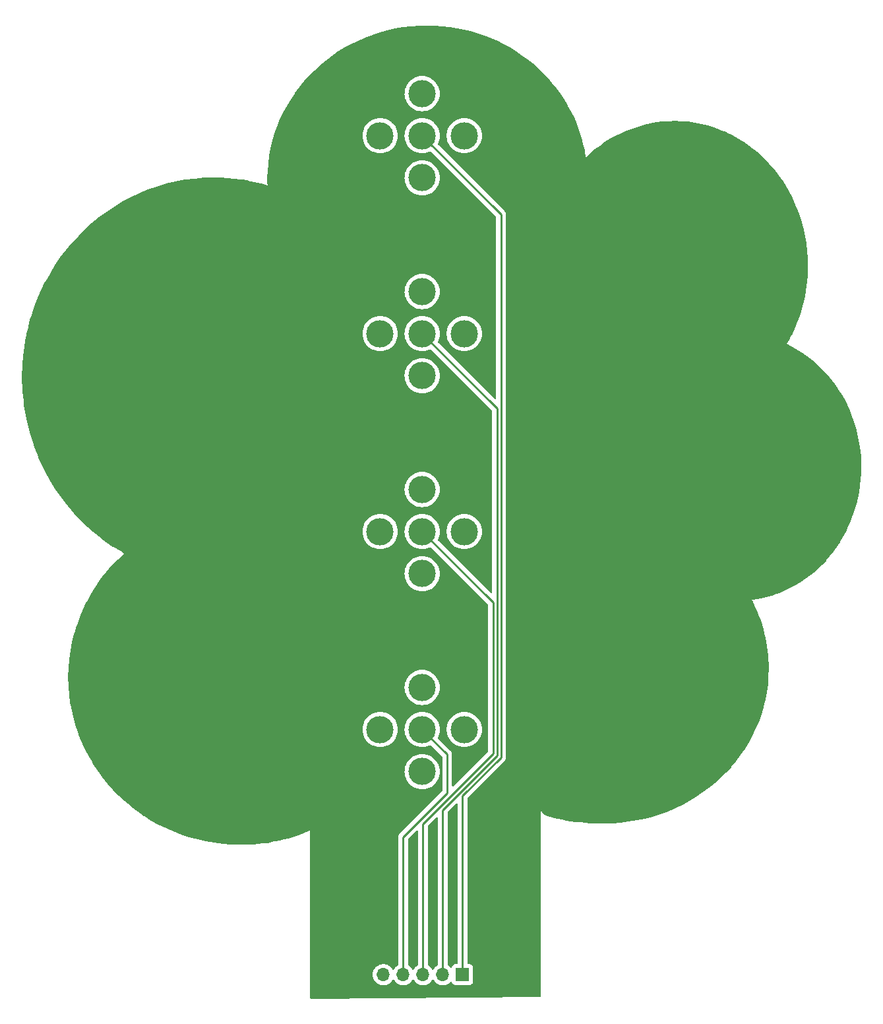
<source format=gbr>
%TF.GenerationSoftware,KiCad,Pcbnew,7.0.2*%
%TF.CreationDate,2023-04-23T11:42:29-07:00*%
%TF.ProjectId,floob-dome-switches,666c6f6f-622d-4646-9f6d-652d73776974,rev?*%
%TF.SameCoordinates,Original*%
%TF.FileFunction,Copper,L1,Top*%
%TF.FilePolarity,Positive*%
%FSLAX46Y46*%
G04 Gerber Fmt 4.6, Leading zero omitted, Abs format (unit mm)*
G04 Created by KiCad (PCBNEW 7.0.2) date 2023-04-23 11:42:29*
%MOMM*%
%LPD*%
G01*
G04 APERTURE LIST*
%TA.AperFunction,SMDPad,CuDef*%
%ADD10C,3.500000*%
%TD*%
%TA.AperFunction,ComponentPad*%
%ADD11R,1.700000X1.700000*%
%TD*%
%TA.AperFunction,ComponentPad*%
%ADD12O,1.700000X1.700000*%
%TD*%
%TA.AperFunction,ViaPad*%
%ADD13C,0.800000*%
%TD*%
%TA.AperFunction,Conductor*%
%ADD14C,0.250000*%
%TD*%
G04 APERTURE END LIST*
D10*
%TO.P,SW2,1,1*%
%TO.N,Net-(J1-Pin_2)*%
X137050000Y-60500000D03*
%TO.P,SW2,2,2*%
%TO.N,Net-(J1-Pin_5)*%
X131650000Y-60500000D03*
X137050000Y-55100000D03*
X137050000Y-65900000D03*
X142450000Y-60500000D03*
%TD*%
%TO.P,SW4,2,2*%
%TO.N,Net-(J1-Pin_5)*%
X142450000Y-111300000D03*
X137050000Y-116700000D03*
X137050000Y-105900000D03*
X131650000Y-111300000D03*
%TO.P,SW4,1,1*%
%TO.N,Net-(J1-Pin_4)*%
X137050000Y-111300000D03*
%TD*%
%TO.P,SW3,2,2*%
%TO.N,Net-(J1-Pin_5)*%
X142450000Y-85900000D03*
X137050000Y-91300000D03*
X137050000Y-80500000D03*
X131650000Y-85900000D03*
%TO.P,SW3,1,1*%
%TO.N,Net-(J1-Pin_3)*%
X137050000Y-85900000D03*
%TD*%
%TO.P,SW1,2,2*%
%TO.N,Net-(J1-Pin_5)*%
X142450000Y-35100000D03*
X137050000Y-40500000D03*
X137050000Y-29700000D03*
X131650000Y-35100000D03*
%TO.P,SW1,1,1*%
%TO.N,Net-(J1-Pin_1)*%
X137050000Y-35100000D03*
%TD*%
D11*
%TO.P,J1,1,Pin_1*%
%TO.N,Net-(J1-Pin_1)*%
X142225000Y-142750000D03*
D12*
%TO.P,J1,2,Pin_2*%
%TO.N,Net-(J1-Pin_2)*%
X139685000Y-142750000D03*
%TO.P,J1,3,Pin_3*%
%TO.N,Net-(J1-Pin_3)*%
X137145000Y-142750000D03*
%TO.P,J1,4,Pin_4*%
%TO.N,Net-(J1-Pin_4)*%
X134605000Y-142750000D03*
%TO.P,J1,5,Pin_5*%
%TO.N,Net-(J1-Pin_5)*%
X132065000Y-142750000D03*
%TD*%
D13*
%TO.N,Net-(J1-Pin_5)*%
X137050000Y-116700000D03*
X142450000Y-111300000D03*
X131650000Y-111300000D03*
X137050000Y-105900000D03*
X137050000Y-91300000D03*
X142450000Y-85900000D03*
X131650000Y-85900000D03*
X137050000Y-80500000D03*
X137050000Y-65900000D03*
X142450000Y-60500000D03*
X131650000Y-60450000D03*
X137050000Y-55100000D03*
X137050000Y-40450000D03*
X142450000Y-35100000D03*
X131650000Y-35100000D03*
X137000000Y-29650000D03*
%TD*%
D14*
%TO.N,Net-(J1-Pin_5)*%
X131650000Y-60500000D02*
X131650000Y-60450000D01*
X137050000Y-40500000D02*
X137050000Y-40450000D01*
X137050000Y-29700000D02*
X137000000Y-29650000D01*
%TO.N,Net-(J1-Pin_4)*%
X140250000Y-114500000D02*
X140250000Y-119450000D01*
X137050000Y-111300000D02*
X140250000Y-114500000D01*
X140250000Y-119450000D02*
X134605000Y-125095000D01*
X134605000Y-125095000D02*
X134605000Y-142750000D01*
%TO.N,Net-(J1-Pin_1)*%
X142225000Y-119825000D02*
X142225000Y-142750000D01*
X147150000Y-114900000D02*
X142225000Y-119825000D01*
X147150000Y-45200000D02*
X147150000Y-114900000D01*
X137050000Y-35100000D02*
X147150000Y-45200000D01*
%TO.N,Net-(J1-Pin_2)*%
X139685000Y-121615000D02*
X139685000Y-142750000D01*
X146650000Y-70100000D02*
X146650000Y-114650000D01*
X146650000Y-114650000D02*
X139685000Y-121615000D01*
X137050000Y-60500000D02*
X146650000Y-70100000D01*
%TO.N,Net-(J1-Pin_3)*%
X146150000Y-114400000D02*
X137145000Y-123405000D01*
X137145000Y-123405000D02*
X137145000Y-142750000D01*
X146150000Y-95000000D02*
X146150000Y-114400000D01*
X137050000Y-85900000D02*
X146150000Y-95000000D01*
%TD*%
%TA.AperFunction,NonConductor*%
G36*
X138678038Y-20985194D02*
G01*
X138683499Y-20985436D01*
X139633675Y-21048625D01*
X139639051Y-21049103D01*
X140576765Y-21153283D01*
X140582131Y-21153999D01*
X141506294Y-21298219D01*
X141511629Y-21299173D01*
X142421357Y-21482510D01*
X142426633Y-21483694D01*
X143320960Y-21705219D01*
X143326125Y-21706619D01*
X144204048Y-21965392D01*
X144209184Y-21967028D01*
X145069716Y-22262110D01*
X145074722Y-22263949D01*
X145916969Y-22594439D01*
X145921838Y-22596473D01*
X146744733Y-22961402D01*
X146749574Y-22963677D01*
X147552128Y-23362101D01*
X147556846Y-23364571D01*
X148338150Y-23795592D01*
X148342745Y-23798258D01*
X149101802Y-24260931D01*
X149106263Y-24263783D01*
X149842114Y-24757184D01*
X149846481Y-24760251D01*
X150558091Y-25283409D01*
X150562317Y-25286660D01*
X151248740Y-25838658D01*
X151252862Y-25842122D01*
X151913138Y-26422042D01*
X151917115Y-26425692D01*
X152550207Y-27032538D01*
X152554036Y-27036372D01*
X153159064Y-27669305D01*
X153162737Y-27673321D01*
X153738651Y-28331325D01*
X153742163Y-28335520D01*
X154288031Y-29017710D01*
X154291373Y-29022082D01*
X154806217Y-29727520D01*
X154809381Y-29732066D01*
X155289167Y-30455212D01*
X155292189Y-30459766D01*
X155295164Y-30464476D01*
X155665335Y-31080895D01*
X155745022Y-31213591D01*
X155747797Y-31218459D01*
X155781540Y-31280894D01*
X156163701Y-31988013D01*
X156166279Y-31993054D01*
X156547244Y-32782093D01*
X156549606Y-32787288D01*
X156894673Y-33594899D01*
X156896809Y-33600237D01*
X157205013Y-34425511D01*
X157206912Y-34430983D01*
X157280419Y-34659907D01*
X157421730Y-35100000D01*
X157477259Y-35272934D01*
X157478911Y-35278528D01*
X157710460Y-36136318D01*
X157711855Y-36142021D01*
X157903608Y-37014646D01*
X157904738Y-37020440D01*
X158054183Y-37897920D01*
X158055089Y-37910446D01*
X158055206Y-37910840D01*
X158055982Y-37911508D01*
X158056442Y-37911663D01*
X158056602Y-37911683D01*
X158057010Y-37911654D01*
X158057603Y-37911492D01*
X158066047Y-37901851D01*
X158636554Y-37365467D01*
X158641008Y-37361479D01*
X159241522Y-36849683D01*
X159246157Y-36845923D01*
X159868601Y-36365636D01*
X159873390Y-36362122D01*
X160516574Y-35913806D01*
X160521482Y-35910558D01*
X161184048Y-35494801D01*
X161189139Y-35491775D01*
X161869830Y-35109090D01*
X161875050Y-35106318D01*
X162572607Y-34757225D01*
X162577956Y-34754708D01*
X163291084Y-34439742D01*
X163296542Y-34437486D01*
X164023984Y-34157163D01*
X164029568Y-34155164D01*
X164770067Y-33910005D01*
X164775711Y-33908286D01*
X165527979Y-33698824D01*
X165533723Y-33697373D01*
X166296482Y-33524134D01*
X166302294Y-33522961D01*
X167074294Y-33386468D01*
X167080148Y-33385578D01*
X167860094Y-33286362D01*
X167866071Y-33285748D01*
X168652649Y-33224336D01*
X168658645Y-33224016D01*
X169450153Y-33200943D01*
X169457148Y-33200938D01*
X170330970Y-33224932D01*
X170337762Y-33225304D01*
X171200221Y-33296513D01*
X171206924Y-33297251D01*
X172056940Y-33414522D01*
X172063539Y-33415617D01*
X172899939Y-33577770D01*
X172906445Y-33579215D01*
X173728215Y-33785099D01*
X173734572Y-33786872D01*
X174540752Y-34035360D01*
X174546926Y-34037444D01*
X175336324Y-34327343D01*
X175342346Y-34329735D01*
X175782769Y-34518195D01*
X176113946Y-34659907D01*
X176119779Y-34662583D01*
X176872525Y-35031878D01*
X176878139Y-35034812D01*
X177311267Y-35275523D01*
X177610981Y-35442089D01*
X177616380Y-35445271D01*
X178328225Y-35889366D01*
X178333367Y-35892755D01*
X178687160Y-36138829D01*
X179023157Y-36372526D01*
X179028094Y-36376144D01*
X179458705Y-36708337D01*
X179638497Y-36847037D01*
X179694718Y-36890408D01*
X179699419Y-36894222D01*
X180341820Y-37441836D01*
X180346271Y-37445819D01*
X180587825Y-37672776D01*
X180963418Y-38025673D01*
X180967647Y-38029841D01*
X181558404Y-38640723D01*
X181562396Y-38645053D01*
X182125665Y-39285777D01*
X182129422Y-39290258D01*
X182664192Y-39959744D01*
X182667711Y-39964369D01*
X183119831Y-40588231D01*
X183172853Y-40661393D01*
X183176134Y-40666149D01*
X183232854Y-40752634D01*
X183650575Y-41389557D01*
X183653622Y-41394447D01*
X184096296Y-42143087D01*
X184099106Y-42148100D01*
X184508945Y-42920830D01*
X184511515Y-42925960D01*
X184887407Y-43721553D01*
X184889730Y-43726779D01*
X185071587Y-44162804D01*
X185230638Y-44544147D01*
X185232722Y-44549489D01*
X185537550Y-45387438D01*
X185539386Y-45392875D01*
X185807055Y-46250221D01*
X185808640Y-46255744D01*
X186038077Y-47131337D01*
X186039407Y-47136937D01*
X186229550Y-48029667D01*
X186230619Y-48035333D01*
X186380372Y-48943942D01*
X186381179Y-48949663D01*
X186489482Y-49873082D01*
X186490022Y-49878844D01*
X186555795Y-50815912D01*
X186556065Y-50821700D01*
X186578222Y-51770898D01*
X186578256Y-51773697D01*
X186578258Y-51776308D01*
X186570037Y-52434138D01*
X186569914Y-52438323D01*
X186539534Y-53094289D01*
X186539271Y-53098459D01*
X186486890Y-53751963D01*
X186486486Y-53756117D01*
X186412250Y-54406548D01*
X186411708Y-54410681D01*
X186315761Y-55057538D01*
X186315081Y-55061645D01*
X186197570Y-55704374D01*
X186196753Y-55708454D01*
X186057828Y-56346509D01*
X186056876Y-56350557D01*
X185896666Y-56983468D01*
X185895578Y-56987481D01*
X185714244Y-57614638D01*
X185713022Y-57618613D01*
X185510710Y-58239499D01*
X185509355Y-58243433D01*
X185286188Y-58857559D01*
X185284700Y-58861447D01*
X185040865Y-59468179D01*
X185039246Y-59472020D01*
X184774854Y-60070897D01*
X184773105Y-60074686D01*
X184488304Y-60665173D01*
X184486425Y-60668906D01*
X184181378Y-61250427D01*
X184179371Y-61254102D01*
X183863839Y-61809205D01*
X183859031Y-61815043D01*
X183857925Y-61816570D01*
X183855264Y-61822940D01*
X183852632Y-61828581D01*
X183853051Y-61829051D01*
X183859412Y-61832135D01*
X183869904Y-61838006D01*
X183873367Y-61839075D01*
X184483026Y-62155197D01*
X184753863Y-62295633D01*
X184885449Y-62363863D01*
X184893549Y-62368456D01*
X185878865Y-62977272D01*
X185886470Y-62982369D01*
X186825951Y-63663513D01*
X186833035Y-63669052D01*
X187154568Y-63939885D01*
X187723419Y-64419038D01*
X187730004Y-64425001D01*
X188567993Y-65240299D01*
X188574059Y-65246634D01*
X189356384Y-66123739D01*
X189361921Y-66130403D01*
X190021715Y-66983578D01*
X190085289Y-67065785D01*
X190090323Y-67072784D01*
X190751451Y-68062917D01*
X190755965Y-68070211D01*
X191351574Y-69111563D01*
X191355562Y-69119130D01*
X191882375Y-70208177D01*
X191885829Y-70215994D01*
X192340571Y-71349206D01*
X192343481Y-71357251D01*
X192722879Y-72531100D01*
X192725232Y-72539344D01*
X193026014Y-73750308D01*
X193027796Y-73758719D01*
X193246695Y-75003291D01*
X193247893Y-75011831D01*
X193381638Y-76286517D01*
X193382240Y-76295142D01*
X193427578Y-77597224D01*
X193427624Y-77604231D01*
X193409956Y-78417786D01*
X193409722Y-78423173D01*
X193357196Y-79227698D01*
X193356728Y-79233063D01*
X193270154Y-80026859D01*
X193269455Y-80032191D01*
X193149628Y-80814409D01*
X193148700Y-80819698D01*
X192996405Y-81589523D01*
X192995252Y-81594756D01*
X192811287Y-82351325D01*
X192809911Y-82356495D01*
X192595063Y-83098970D01*
X192593469Y-83104067D01*
X192348525Y-83831614D01*
X192346714Y-83836632D01*
X192072479Y-84548364D01*
X192070456Y-84553296D01*
X191767698Y-85248415D01*
X191765465Y-85253255D01*
X191434990Y-85930881D01*
X191432550Y-85935622D01*
X191075163Y-86594878D01*
X191072518Y-86599516D01*
X190688994Y-87239593D01*
X190686146Y-87244122D01*
X190277280Y-87864157D01*
X190274230Y-87868572D01*
X189840807Y-88467732D01*
X189837555Y-88472027D01*
X189380391Y-89049429D01*
X189376939Y-89053599D01*
X188896804Y-89608420D01*
X188893151Y-89612458D01*
X188390861Y-90143828D01*
X188387009Y-90147727D01*
X187863332Y-90654826D01*
X187859279Y-90658579D01*
X187315044Y-91140521D01*
X187310793Y-91144119D01*
X186746753Y-91600096D01*
X186742304Y-91603529D01*
X186159286Y-92032670D01*
X186154640Y-92035928D01*
X185553419Y-92437398D01*
X185548580Y-92440470D01*
X184929950Y-92813425D01*
X184924921Y-92816299D01*
X184289651Y-93159903D01*
X184284439Y-93162565D01*
X183633354Y-93475961D01*
X183627965Y-93478398D01*
X182961852Y-93760743D01*
X182956297Y-93762942D01*
X182275892Y-94013413D01*
X182270182Y-94015358D01*
X181576339Y-94233091D01*
X181570488Y-94234771D01*
X180863887Y-94418949D01*
X180857913Y-94420349D01*
X180139419Y-94570107D01*
X180133341Y-94571217D01*
X179410183Y-94684701D01*
X179401948Y-94685343D01*
X179399588Y-94686428D01*
X179399408Y-94686984D01*
X179399411Y-94687023D01*
X179403946Y-94695972D01*
X179405510Y-94699775D01*
X179409421Y-94705153D01*
X179656375Y-95194643D01*
X179658014Y-95198016D01*
X179897540Y-95710774D01*
X179899073Y-95714190D01*
X180122690Y-96233202D01*
X180124117Y-96236658D01*
X180331725Y-96761525D01*
X180333046Y-96765017D01*
X180524584Y-97295420D01*
X180525799Y-97298949D01*
X180701161Y-97834481D01*
X180702268Y-97838042D01*
X180861377Y-98378368D01*
X180862376Y-98381960D01*
X181005120Y-98926648D01*
X181006011Y-98930268D01*
X181132296Y-99478902D01*
X181133078Y-99482548D01*
X181242836Y-100034860D01*
X181243508Y-100038530D01*
X181336627Y-100594058D01*
X181337188Y-100597748D01*
X181413576Y-101156070D01*
X181414027Y-101159781D01*
X181473609Y-101720673D01*
X181473948Y-101724399D01*
X181516616Y-102287329D01*
X181516843Y-102291070D01*
X181542512Y-102855745D01*
X181542626Y-102859497D01*
X181551170Y-103423347D01*
X181551189Y-103426868D01*
X181551145Y-103430575D01*
X181523708Y-104449874D01*
X181523349Y-104456542D01*
X181441929Y-105462313D01*
X181441214Y-105468931D01*
X181307136Y-106460071D01*
X181306073Y-106466607D01*
X181120664Y-107441869D01*
X181119265Y-107448297D01*
X180883833Y-108406504D01*
X180882109Y-108412799D01*
X180597985Y-109352673D01*
X180595952Y-109358814D01*
X180264446Y-110279130D01*
X180262120Y-110285099D01*
X179884544Y-111184643D01*
X179881941Y-111190426D01*
X179459616Y-112067932D01*
X179456752Y-112073516D01*
X178991002Y-112927731D01*
X178987893Y-112933109D01*
X178479988Y-113762863D01*
X178476648Y-113768026D01*
X177927985Y-114571946D01*
X177924430Y-114576891D01*
X177336248Y-115353843D01*
X177332489Y-115358564D01*
X176706163Y-116107220D01*
X176702213Y-116111717D01*
X176039032Y-116830863D01*
X176034902Y-116835132D01*
X175336206Y-117523498D01*
X175331904Y-117527539D01*
X174599002Y-118183884D01*
X174594537Y-118187696D01*
X173828750Y-118810769D01*
X173824131Y-118814349D01*
X173026811Y-119402876D01*
X173022044Y-119406225D01*
X172194476Y-119958980D01*
X172189568Y-119962095D01*
X171333097Y-120477813D01*
X171328055Y-120480690D01*
X170444011Y-120958119D01*
X170438869Y-120960742D01*
X169672269Y-121329508D01*
X169528554Y-121398641D01*
X169523264Y-121401034D01*
X168588034Y-121798137D01*
X168582632Y-121800283D01*
X167623807Y-122155344D01*
X167618300Y-122157238D01*
X166637194Y-122469010D01*
X166631593Y-122470645D01*
X165629509Y-122737889D01*
X165623823Y-122739263D01*
X164602096Y-122960719D01*
X164596338Y-122961825D01*
X163556309Y-123136243D01*
X163550526Y-123137072D01*
X162506963Y-123261599D01*
X162493474Y-123263209D01*
X162487614Y-123263767D01*
X161414866Y-123340366D01*
X161408977Y-123340646D01*
X160321118Y-123366475D01*
X160316713Y-123366501D01*
X159775476Y-123360121D01*
X159772812Y-123360061D01*
X159201361Y-123341034D01*
X159102446Y-123335796D01*
X158607881Y-123309606D01*
X158001057Y-123266123D01*
X157388234Y-123210876D01*
X157121373Y-123181761D01*
X156776740Y-123144161D01*
X156175224Y-123066445D01*
X156172573Y-123066073D01*
X155588627Y-122977749D01*
X155585644Y-122977261D01*
X155025324Y-122878480D01*
X155021863Y-122877819D01*
X154492852Y-122768979D01*
X154488706Y-122768052D01*
X153998529Y-122649563D01*
X153993382Y-122648201D01*
X153549804Y-122520593D01*
X153543170Y-122518481D01*
X153154166Y-122382507D01*
X153145264Y-122379004D01*
X152817395Y-122235121D01*
X152808508Y-122230791D01*
X152695901Y-122170238D01*
X152652340Y-122131117D01*
X152309996Y-121631476D01*
X152305906Y-121623887D01*
X152301719Y-121619669D01*
X152300663Y-121625380D01*
X152301564Y-121633914D01*
X152301564Y-145521249D01*
X152281879Y-145588288D01*
X152229075Y-145634043D01*
X152178367Y-145645246D01*
X122794025Y-145835458D01*
X122726859Y-145816208D01*
X122680763Y-145763702D01*
X122669222Y-145711465D01*
X122669222Y-142749999D01*
X130701843Y-142749999D01*
X130720435Y-142974363D01*
X130775705Y-143192618D01*
X130866138Y-143398788D01*
X130866140Y-143398791D01*
X130989278Y-143587268D01*
X131141760Y-143752906D01*
X131319424Y-143891189D01*
X131517426Y-143998342D01*
X131730365Y-144071444D01*
X131952431Y-144108500D01*
X132177569Y-144108500D01*
X132399635Y-144071444D01*
X132612574Y-143998342D01*
X132810576Y-143891189D01*
X132988240Y-143752906D01*
X133140722Y-143587268D01*
X133231190Y-143448795D01*
X133284337Y-143403438D01*
X133353569Y-143394014D01*
X133416905Y-143423516D01*
X133438809Y-143448795D01*
X133529278Y-143587268D01*
X133681760Y-143752906D01*
X133859424Y-143891189D01*
X134057426Y-143998342D01*
X134270365Y-144071444D01*
X134492431Y-144108500D01*
X134717569Y-144108500D01*
X134939635Y-144071444D01*
X135152574Y-143998342D01*
X135350576Y-143891189D01*
X135528240Y-143752906D01*
X135680722Y-143587268D01*
X135771190Y-143448795D01*
X135824337Y-143403438D01*
X135893569Y-143394014D01*
X135956905Y-143423516D01*
X135978809Y-143448795D01*
X136069278Y-143587268D01*
X136221760Y-143752906D01*
X136399424Y-143891189D01*
X136597426Y-143998342D01*
X136810365Y-144071444D01*
X137032431Y-144108500D01*
X137257569Y-144108500D01*
X137479635Y-144071444D01*
X137692574Y-143998342D01*
X137890576Y-143891189D01*
X138068240Y-143752906D01*
X138220722Y-143587268D01*
X138311190Y-143448795D01*
X138364337Y-143403438D01*
X138433569Y-143394014D01*
X138496905Y-143423516D01*
X138518809Y-143448795D01*
X138609278Y-143587268D01*
X138761760Y-143752906D01*
X138939424Y-143891189D01*
X139137426Y-143998342D01*
X139350365Y-144071444D01*
X139572431Y-144108500D01*
X139797569Y-144108500D01*
X140019635Y-144071444D01*
X140232574Y-143998342D01*
X140430576Y-143891189D01*
X140608240Y-143752906D01*
X140671452Y-143684239D01*
X140731337Y-143648251D01*
X140801175Y-143650351D01*
X140858791Y-143689875D01*
X140878861Y-143724889D01*
X140924110Y-143846204D01*
X141011738Y-143963261D01*
X141128796Y-144050889D01*
X141265794Y-144101988D01*
X141265797Y-144101988D01*
X141265799Y-144101989D01*
X141326362Y-144108500D01*
X141329672Y-144108500D01*
X143120328Y-144108500D01*
X143123638Y-144108500D01*
X143184201Y-144101989D01*
X143184203Y-144101988D01*
X143184205Y-144101988D01*
X143266097Y-144071443D01*
X143321204Y-144050889D01*
X143438261Y-143963261D01*
X143525889Y-143846204D01*
X143576989Y-143709201D01*
X143583500Y-143648638D01*
X143583500Y-141851362D01*
X143576989Y-141790799D01*
X143576988Y-141790797D01*
X143576988Y-141790794D01*
X143525889Y-141653796D01*
X143438261Y-141536738D01*
X143321203Y-141449110D01*
X143184205Y-141398011D01*
X143126924Y-141391853D01*
X143126918Y-141391852D01*
X143123638Y-141391500D01*
X143120328Y-141391500D01*
X142982500Y-141391500D01*
X142915461Y-141371815D01*
X142869706Y-141319011D01*
X142858500Y-141267500D01*
X142858500Y-120138766D01*
X142878185Y-120071727D01*
X142894819Y-120051085D01*
X145117872Y-117828032D01*
X147538818Y-115407085D01*
X147555097Y-115394044D01*
X147557014Y-115392002D01*
X147557018Y-115392000D01*
X147603691Y-115342296D01*
X147606308Y-115339595D01*
X147626135Y-115319770D01*
X147628660Y-115316513D01*
X147636251Y-115307624D01*
X147666586Y-115275321D01*
X147676419Y-115257432D01*
X147687100Y-115241172D01*
X147699614Y-115225041D01*
X147717207Y-115184381D01*
X147722343Y-115173895D01*
X147743695Y-115135060D01*
X147748773Y-115115277D01*
X147755070Y-115096885D01*
X147763181Y-115078145D01*
X147770112Y-115034376D01*
X147772478Y-115022953D01*
X147783500Y-114980030D01*
X147783500Y-114959614D01*
X147785027Y-114940214D01*
X147788220Y-114920057D01*
X147784050Y-114875942D01*
X147783500Y-114864273D01*
X147783500Y-45283632D01*
X147785789Y-45262887D01*
X147785701Y-45260094D01*
X147785702Y-45260091D01*
X147783561Y-45191968D01*
X147783500Y-45188073D01*
X147783500Y-45164043D01*
X147783500Y-45160144D01*
X147782983Y-45156058D01*
X147782065Y-45144399D01*
X147780674Y-45100111D01*
X147774974Y-45080494D01*
X147771033Y-45061464D01*
X147768474Y-45041203D01*
X147752163Y-45000007D01*
X147748381Y-44988960D01*
X147736018Y-44946408D01*
X147736018Y-44946407D01*
X147725622Y-44928829D01*
X147717069Y-44911371D01*
X147709552Y-44892383D01*
X147683503Y-44856530D01*
X147677099Y-44846780D01*
X147654542Y-44808638D01*
X147640107Y-44794203D01*
X147627469Y-44779406D01*
X147615472Y-44762893D01*
X147581324Y-44734643D01*
X147572685Y-44726781D01*
X139095227Y-36249322D01*
X139061742Y-36187999D01*
X139066726Y-36118307D01*
X139071686Y-36106818D01*
X139141059Y-35966145D01*
X139236224Y-35685797D01*
X139293983Y-35395426D01*
X139313346Y-35100000D01*
X140186654Y-35100000D01*
X140206017Y-35395426D01*
X140206807Y-35399397D01*
X140206808Y-35399405D01*
X140262981Y-35681804D01*
X140262983Y-35681814D01*
X140263776Y-35685797D01*
X140265083Y-35689647D01*
X140265084Y-35689651D01*
X140285996Y-35751256D01*
X140358941Y-35966145D01*
X140360733Y-35969779D01*
X140360736Y-35969786D01*
X140468347Y-36187999D01*
X140489885Y-36231673D01*
X140492136Y-36235042D01*
X140492139Y-36235047D01*
X140584668Y-36373526D01*
X140654367Y-36477838D01*
X140849573Y-36700427D01*
X141072162Y-36895633D01*
X141318327Y-37060115D01*
X141583855Y-37191059D01*
X141864203Y-37286224D01*
X142154574Y-37343983D01*
X142450000Y-37363346D01*
X142745426Y-37343983D01*
X143035797Y-37286224D01*
X143316145Y-37191059D01*
X143581673Y-37060115D01*
X143827838Y-36895633D01*
X144050427Y-36700427D01*
X144245633Y-36477838D01*
X144410115Y-36231673D01*
X144541059Y-35966145D01*
X144636224Y-35685797D01*
X144693983Y-35395426D01*
X144713346Y-35100000D01*
X144693983Y-34804574D01*
X144636224Y-34514203D01*
X144541059Y-34233855D01*
X144410115Y-33968327D01*
X144245633Y-33722162D01*
X144050427Y-33499573D01*
X143952837Y-33413989D01*
X143830895Y-33307048D01*
X143827838Y-33304367D01*
X143800893Y-33286363D01*
X143585047Y-33142139D01*
X143585042Y-33142136D01*
X143581673Y-33139885D01*
X143578037Y-33138092D01*
X143578032Y-33138089D01*
X143319786Y-33010736D01*
X143319779Y-33010733D01*
X143316145Y-33008941D01*
X143186673Y-32964991D01*
X143039651Y-32915084D01*
X143039647Y-32915083D01*
X143035797Y-32913776D01*
X143031814Y-32912983D01*
X143031804Y-32912981D01*
X142749405Y-32856808D01*
X142749397Y-32856807D01*
X142745426Y-32856017D01*
X142450000Y-32836654D01*
X142445957Y-32836919D01*
X142158616Y-32855752D01*
X142158614Y-32855752D01*
X142154574Y-32856017D01*
X142150604Y-32856806D01*
X142150594Y-32856808D01*
X141868195Y-32912981D01*
X141868181Y-32912984D01*
X141864203Y-32913776D01*
X141860356Y-32915081D01*
X141860348Y-32915084D01*
X141597303Y-33004376D01*
X141583855Y-33008941D01*
X141580226Y-33010730D01*
X141580213Y-33010736D01*
X141321967Y-33138089D01*
X141321955Y-33138095D01*
X141318327Y-33139885D01*
X141314964Y-33142132D01*
X141314952Y-33142139D01*
X141075543Y-33302107D01*
X141075534Y-33302113D01*
X141072162Y-33304367D01*
X141069111Y-33307042D01*
X141069104Y-33307048D01*
X140852621Y-33496899D01*
X140852613Y-33496906D01*
X140849573Y-33499573D01*
X140846906Y-33502613D01*
X140846899Y-33502621D01*
X140657048Y-33719104D01*
X140657042Y-33719111D01*
X140654367Y-33722162D01*
X140652113Y-33725534D01*
X140652107Y-33725543D01*
X140492139Y-33964952D01*
X140492132Y-33964964D01*
X140489885Y-33968327D01*
X140488095Y-33971955D01*
X140488089Y-33971967D01*
X140360736Y-34230213D01*
X140360730Y-34230226D01*
X140358941Y-34233855D01*
X140357635Y-34237700D01*
X140357635Y-34237702D01*
X140265084Y-34510348D01*
X140265081Y-34510356D01*
X140263776Y-34514203D01*
X140262984Y-34518181D01*
X140262981Y-34518195D01*
X140206808Y-34800594D01*
X140206806Y-34800604D01*
X140206017Y-34804574D01*
X140205752Y-34808614D01*
X140205752Y-34808616D01*
X140205299Y-34815532D01*
X140186654Y-35100000D01*
X139313346Y-35100000D01*
X139293983Y-34804574D01*
X139236224Y-34514203D01*
X139141059Y-34233855D01*
X139010115Y-33968327D01*
X138845633Y-33722162D01*
X138650427Y-33499573D01*
X138552837Y-33413989D01*
X138430895Y-33307048D01*
X138427838Y-33304367D01*
X138400893Y-33286363D01*
X138185047Y-33142139D01*
X138185042Y-33142136D01*
X138181673Y-33139885D01*
X138178037Y-33138092D01*
X138178032Y-33138089D01*
X137919786Y-33010736D01*
X137919779Y-33010733D01*
X137916145Y-33008941D01*
X137786673Y-32964991D01*
X137639651Y-32915084D01*
X137639647Y-32915083D01*
X137635797Y-32913776D01*
X137631814Y-32912983D01*
X137631804Y-32912981D01*
X137349405Y-32856808D01*
X137349397Y-32856807D01*
X137345426Y-32856017D01*
X137050000Y-32836654D01*
X137045957Y-32836919D01*
X136758616Y-32855752D01*
X136758614Y-32855752D01*
X136754574Y-32856017D01*
X136750604Y-32856806D01*
X136750594Y-32856808D01*
X136468195Y-32912981D01*
X136468181Y-32912984D01*
X136464203Y-32913776D01*
X136460356Y-32915081D01*
X136460348Y-32915084D01*
X136197303Y-33004376D01*
X136183855Y-33008941D01*
X136180226Y-33010730D01*
X136180213Y-33010736D01*
X135921967Y-33138089D01*
X135921955Y-33138095D01*
X135918327Y-33139885D01*
X135914964Y-33142132D01*
X135914952Y-33142139D01*
X135675543Y-33302107D01*
X135675534Y-33302113D01*
X135672162Y-33304367D01*
X135669111Y-33307042D01*
X135669104Y-33307048D01*
X135452621Y-33496899D01*
X135452613Y-33496906D01*
X135449573Y-33499573D01*
X135446906Y-33502613D01*
X135446899Y-33502621D01*
X135257048Y-33719104D01*
X135257042Y-33719111D01*
X135254367Y-33722162D01*
X135252113Y-33725534D01*
X135252107Y-33725543D01*
X135092139Y-33964952D01*
X135092132Y-33964964D01*
X135089885Y-33968327D01*
X135088095Y-33971955D01*
X135088089Y-33971967D01*
X134960736Y-34230213D01*
X134960730Y-34230226D01*
X134958941Y-34233855D01*
X134957635Y-34237700D01*
X134957635Y-34237702D01*
X134865084Y-34510348D01*
X134865081Y-34510356D01*
X134863776Y-34514203D01*
X134862984Y-34518181D01*
X134862981Y-34518195D01*
X134806808Y-34800594D01*
X134806806Y-34800604D01*
X134806017Y-34804574D01*
X134805752Y-34808614D01*
X134805752Y-34808616D01*
X134805299Y-34815532D01*
X134786654Y-35100000D01*
X134806017Y-35395426D01*
X134806807Y-35399397D01*
X134806808Y-35399405D01*
X134862981Y-35681804D01*
X134862983Y-35681814D01*
X134863776Y-35685797D01*
X134865083Y-35689647D01*
X134865084Y-35689651D01*
X134885996Y-35751256D01*
X134958941Y-35966145D01*
X134960733Y-35969779D01*
X134960736Y-35969786D01*
X135068347Y-36187999D01*
X135089885Y-36231673D01*
X135092136Y-36235042D01*
X135092139Y-36235047D01*
X135184668Y-36373526D01*
X135254367Y-36477838D01*
X135449573Y-36700427D01*
X135672162Y-36895633D01*
X135918327Y-37060115D01*
X136183855Y-37191059D01*
X136464203Y-37286224D01*
X136754574Y-37343983D01*
X137050000Y-37363346D01*
X137345426Y-37343983D01*
X137635797Y-37286224D01*
X137916145Y-37191059D01*
X138056801Y-37121694D01*
X138125628Y-37109698D01*
X138190019Y-37136819D01*
X138199322Y-37145226D01*
X146480181Y-45426085D01*
X146513666Y-45487408D01*
X146516500Y-45513766D01*
X146516500Y-68771232D01*
X146496815Y-68838271D01*
X146444011Y-68884026D01*
X146374853Y-68893970D01*
X146311297Y-68864945D01*
X146304819Y-68858913D01*
X139095227Y-61649322D01*
X139061742Y-61587999D01*
X139066726Y-61518307D01*
X139071686Y-61506818D01*
X139141059Y-61366145D01*
X139236224Y-61085797D01*
X139293983Y-60795426D01*
X139313346Y-60500000D01*
X140186654Y-60500000D01*
X140206017Y-60795426D01*
X140206807Y-60799397D01*
X140206808Y-60799405D01*
X140262981Y-61081804D01*
X140262983Y-61081814D01*
X140263776Y-61085797D01*
X140358941Y-61366145D01*
X140360733Y-61369779D01*
X140360736Y-61369786D01*
X140468347Y-61587999D01*
X140489885Y-61631673D01*
X140492136Y-61635042D01*
X140492139Y-61635047D01*
X140623829Y-61832135D01*
X140654367Y-61877838D01*
X140849573Y-62100427D01*
X141072162Y-62295633D01*
X141318327Y-62460115D01*
X141583855Y-62591059D01*
X141864203Y-62686224D01*
X142154574Y-62743983D01*
X142450000Y-62763346D01*
X142745426Y-62743983D01*
X143035797Y-62686224D01*
X143316145Y-62591059D01*
X143581673Y-62460115D01*
X143827838Y-62295633D01*
X144050427Y-62100427D01*
X144245633Y-61877838D01*
X144410115Y-61631673D01*
X144541059Y-61366145D01*
X144636224Y-61085797D01*
X144693983Y-60795426D01*
X144713346Y-60500000D01*
X144693983Y-60204574D01*
X144636224Y-59914203D01*
X144541059Y-59633855D01*
X144410115Y-59368327D01*
X144245633Y-59122162D01*
X144050427Y-58899573D01*
X143827838Y-58704367D01*
X143824456Y-58702107D01*
X143585047Y-58542139D01*
X143585042Y-58542136D01*
X143581673Y-58539885D01*
X143578037Y-58538092D01*
X143578032Y-58538089D01*
X143319786Y-58410736D01*
X143319779Y-58410733D01*
X143316145Y-58408941D01*
X143186673Y-58364991D01*
X143039651Y-58315084D01*
X143039647Y-58315083D01*
X143035797Y-58313776D01*
X143031814Y-58312983D01*
X143031804Y-58312981D01*
X142749405Y-58256808D01*
X142749397Y-58256807D01*
X142745426Y-58256017D01*
X142450000Y-58236654D01*
X142445957Y-58236919D01*
X142158616Y-58255752D01*
X142158614Y-58255752D01*
X142154574Y-58256017D01*
X142150604Y-58256806D01*
X142150594Y-58256808D01*
X141868195Y-58312981D01*
X141868181Y-58312984D01*
X141864203Y-58313776D01*
X141860356Y-58315081D01*
X141860348Y-58315084D01*
X141587702Y-58407635D01*
X141583855Y-58408941D01*
X141580226Y-58410730D01*
X141580213Y-58410736D01*
X141321967Y-58538089D01*
X141321955Y-58538095D01*
X141318327Y-58539885D01*
X141314964Y-58542132D01*
X141314952Y-58542139D01*
X141075543Y-58702107D01*
X141075534Y-58702113D01*
X141072162Y-58704367D01*
X141069111Y-58707042D01*
X141069104Y-58707048D01*
X140852621Y-58896899D01*
X140852613Y-58896906D01*
X140849573Y-58899573D01*
X140846906Y-58902613D01*
X140846899Y-58902621D01*
X140657048Y-59119104D01*
X140657042Y-59119111D01*
X140654367Y-59122162D01*
X140652113Y-59125534D01*
X140652107Y-59125543D01*
X140492139Y-59364952D01*
X140492132Y-59364964D01*
X140489885Y-59368327D01*
X140488095Y-59371955D01*
X140488089Y-59371967D01*
X140360736Y-59630213D01*
X140360730Y-59630226D01*
X140358941Y-59633855D01*
X140357635Y-59637700D01*
X140357635Y-59637702D01*
X140265084Y-59910348D01*
X140265081Y-59910356D01*
X140263776Y-59914203D01*
X140262984Y-59918181D01*
X140262981Y-59918195D01*
X140206808Y-60200594D01*
X140206806Y-60200604D01*
X140206017Y-60204574D01*
X140186654Y-60500000D01*
X139313346Y-60500000D01*
X139293983Y-60204574D01*
X139236224Y-59914203D01*
X139141059Y-59633855D01*
X139010115Y-59368327D01*
X138845633Y-59122162D01*
X138650427Y-58899573D01*
X138427838Y-58704367D01*
X138424456Y-58702107D01*
X138185047Y-58542139D01*
X138185042Y-58542136D01*
X138181673Y-58539885D01*
X138178037Y-58538092D01*
X138178032Y-58538089D01*
X137919786Y-58410736D01*
X137919779Y-58410733D01*
X137916145Y-58408941D01*
X137786673Y-58364991D01*
X137639651Y-58315084D01*
X137639647Y-58315083D01*
X137635797Y-58313776D01*
X137631814Y-58312983D01*
X137631804Y-58312981D01*
X137349405Y-58256808D01*
X137349397Y-58256807D01*
X137345426Y-58256017D01*
X137050000Y-58236654D01*
X137045957Y-58236919D01*
X136758616Y-58255752D01*
X136758614Y-58255752D01*
X136754574Y-58256017D01*
X136750604Y-58256806D01*
X136750594Y-58256808D01*
X136468195Y-58312981D01*
X136468181Y-58312984D01*
X136464203Y-58313776D01*
X136460356Y-58315081D01*
X136460348Y-58315084D01*
X136187702Y-58407635D01*
X136183855Y-58408941D01*
X136180226Y-58410730D01*
X136180213Y-58410736D01*
X135921967Y-58538089D01*
X135921955Y-58538095D01*
X135918327Y-58539885D01*
X135914964Y-58542132D01*
X135914952Y-58542139D01*
X135675543Y-58702107D01*
X135675534Y-58702113D01*
X135672162Y-58704367D01*
X135669111Y-58707042D01*
X135669104Y-58707048D01*
X135452621Y-58896899D01*
X135452613Y-58896906D01*
X135449573Y-58899573D01*
X135446906Y-58902613D01*
X135446899Y-58902621D01*
X135257048Y-59119104D01*
X135257042Y-59119111D01*
X135254367Y-59122162D01*
X135252113Y-59125534D01*
X135252107Y-59125543D01*
X135092139Y-59364952D01*
X135092132Y-59364964D01*
X135089885Y-59368327D01*
X135088095Y-59371955D01*
X135088089Y-59371967D01*
X134960736Y-59630213D01*
X134960730Y-59630226D01*
X134958941Y-59633855D01*
X134957635Y-59637700D01*
X134957635Y-59637702D01*
X134865084Y-59910348D01*
X134865081Y-59910356D01*
X134863776Y-59914203D01*
X134862984Y-59918181D01*
X134862981Y-59918195D01*
X134806808Y-60200594D01*
X134806806Y-60200604D01*
X134806017Y-60204574D01*
X134786654Y-60500000D01*
X134806017Y-60795426D01*
X134806807Y-60799397D01*
X134806808Y-60799405D01*
X134862981Y-61081804D01*
X134862983Y-61081814D01*
X134863776Y-61085797D01*
X134958941Y-61366145D01*
X134960733Y-61369779D01*
X134960736Y-61369786D01*
X135068347Y-61587999D01*
X135089885Y-61631673D01*
X135092136Y-61635042D01*
X135092139Y-61635047D01*
X135223829Y-61832135D01*
X135254367Y-61877838D01*
X135449573Y-62100427D01*
X135672162Y-62295633D01*
X135918327Y-62460115D01*
X136183855Y-62591059D01*
X136464203Y-62686224D01*
X136754574Y-62743983D01*
X137050000Y-62763346D01*
X137345426Y-62743983D01*
X137635797Y-62686224D01*
X137916145Y-62591059D01*
X138056801Y-62521694D01*
X138125628Y-62509698D01*
X138190019Y-62536819D01*
X138199322Y-62545226D01*
X145980181Y-70326085D01*
X146013666Y-70387408D01*
X146016500Y-70413766D01*
X146016500Y-93671233D01*
X145996815Y-93738272D01*
X145944011Y-93784027D01*
X145874853Y-93793971D01*
X145811297Y-93764946D01*
X145804819Y-93758914D01*
X139095227Y-87049322D01*
X139061742Y-86987999D01*
X139066726Y-86918307D01*
X139071686Y-86906818D01*
X139141059Y-86766145D01*
X139236224Y-86485797D01*
X139293983Y-86195426D01*
X139313346Y-85900000D01*
X140186654Y-85900000D01*
X140206017Y-86195426D01*
X140206807Y-86199397D01*
X140206808Y-86199405D01*
X140262981Y-86481804D01*
X140262983Y-86481814D01*
X140263776Y-86485797D01*
X140358941Y-86766145D01*
X140360733Y-86769779D01*
X140360736Y-86769786D01*
X140468347Y-86987999D01*
X140489885Y-87031673D01*
X140492136Y-87035042D01*
X140492139Y-87035047D01*
X140652107Y-87274456D01*
X140654367Y-87277838D01*
X140849573Y-87500427D01*
X141072162Y-87695633D01*
X141075544Y-87697892D01*
X141075543Y-87697892D01*
X141295584Y-87844919D01*
X141318327Y-87860115D01*
X141583855Y-87991059D01*
X141864203Y-88086224D01*
X142154574Y-88143983D01*
X142450000Y-88163346D01*
X142745426Y-88143983D01*
X143035797Y-88086224D01*
X143316145Y-87991059D01*
X143581673Y-87860115D01*
X143827838Y-87695633D01*
X144050427Y-87500427D01*
X144245633Y-87277838D01*
X144410115Y-87031673D01*
X144541059Y-86766145D01*
X144636224Y-86485797D01*
X144693983Y-86195426D01*
X144713346Y-85900000D01*
X144693983Y-85604574D01*
X144636224Y-85314203D01*
X144541059Y-85033855D01*
X144410115Y-84768327D01*
X144245633Y-84522162D01*
X144050427Y-84299573D01*
X143827838Y-84104367D01*
X143824456Y-84102107D01*
X143585047Y-83942139D01*
X143585042Y-83942136D01*
X143581673Y-83939885D01*
X143578037Y-83938092D01*
X143578032Y-83938089D01*
X143319786Y-83810736D01*
X143319779Y-83810733D01*
X143316145Y-83808941D01*
X143186673Y-83764991D01*
X143039651Y-83715084D01*
X143039647Y-83715083D01*
X143035797Y-83713776D01*
X143031814Y-83712983D01*
X143031804Y-83712981D01*
X142749405Y-83656808D01*
X142749397Y-83656807D01*
X142745426Y-83656017D01*
X142450000Y-83636654D01*
X142445957Y-83636919D01*
X142158616Y-83655752D01*
X142158614Y-83655752D01*
X142154574Y-83656017D01*
X142150604Y-83656806D01*
X142150594Y-83656808D01*
X141868195Y-83712981D01*
X141868181Y-83712984D01*
X141864203Y-83713776D01*
X141860356Y-83715081D01*
X141860348Y-83715084D01*
X141587702Y-83807635D01*
X141583855Y-83808941D01*
X141580226Y-83810730D01*
X141580213Y-83810736D01*
X141321967Y-83938089D01*
X141321955Y-83938095D01*
X141318327Y-83939885D01*
X141314964Y-83942132D01*
X141314952Y-83942139D01*
X141075543Y-84102107D01*
X141075534Y-84102113D01*
X141072162Y-84104367D01*
X141069111Y-84107042D01*
X141069104Y-84107048D01*
X140852621Y-84296899D01*
X140852613Y-84296906D01*
X140849573Y-84299573D01*
X140846906Y-84302613D01*
X140846899Y-84302621D01*
X140657048Y-84519104D01*
X140657042Y-84519111D01*
X140654367Y-84522162D01*
X140652113Y-84525534D01*
X140652107Y-84525543D01*
X140492139Y-84764952D01*
X140492132Y-84764964D01*
X140489885Y-84768327D01*
X140488095Y-84771955D01*
X140488089Y-84771967D01*
X140360736Y-85030213D01*
X140360730Y-85030226D01*
X140358941Y-85033855D01*
X140357635Y-85037700D01*
X140357635Y-85037702D01*
X140265084Y-85310348D01*
X140265081Y-85310356D01*
X140263776Y-85314203D01*
X140262984Y-85318181D01*
X140262981Y-85318195D01*
X140206808Y-85600594D01*
X140206806Y-85600604D01*
X140206017Y-85604574D01*
X140186654Y-85900000D01*
X139313346Y-85900000D01*
X139293983Y-85604574D01*
X139236224Y-85314203D01*
X139141059Y-85033855D01*
X139010115Y-84768327D01*
X138845633Y-84522162D01*
X138650427Y-84299573D01*
X138427838Y-84104367D01*
X138424456Y-84102107D01*
X138185047Y-83942139D01*
X138185042Y-83942136D01*
X138181673Y-83939885D01*
X138178037Y-83938092D01*
X138178032Y-83938089D01*
X137919786Y-83810736D01*
X137919779Y-83810733D01*
X137916145Y-83808941D01*
X137786673Y-83764991D01*
X137639651Y-83715084D01*
X137639647Y-83715083D01*
X137635797Y-83713776D01*
X137631814Y-83712983D01*
X137631804Y-83712981D01*
X137349405Y-83656808D01*
X137349397Y-83656807D01*
X137345426Y-83656017D01*
X137050000Y-83636654D01*
X137045957Y-83636919D01*
X136758616Y-83655752D01*
X136758614Y-83655752D01*
X136754574Y-83656017D01*
X136750604Y-83656806D01*
X136750594Y-83656808D01*
X136468195Y-83712981D01*
X136468181Y-83712984D01*
X136464203Y-83713776D01*
X136460356Y-83715081D01*
X136460348Y-83715084D01*
X136187702Y-83807635D01*
X136183855Y-83808941D01*
X136180226Y-83810730D01*
X136180213Y-83810736D01*
X135921967Y-83938089D01*
X135921955Y-83938095D01*
X135918327Y-83939885D01*
X135914964Y-83942132D01*
X135914952Y-83942139D01*
X135675543Y-84102107D01*
X135675534Y-84102113D01*
X135672162Y-84104367D01*
X135669111Y-84107042D01*
X135669104Y-84107048D01*
X135452621Y-84296899D01*
X135452613Y-84296906D01*
X135449573Y-84299573D01*
X135446906Y-84302613D01*
X135446899Y-84302621D01*
X135257048Y-84519104D01*
X135257042Y-84519111D01*
X135254367Y-84522162D01*
X135252113Y-84525534D01*
X135252107Y-84525543D01*
X135092139Y-84764952D01*
X135092132Y-84764964D01*
X135089885Y-84768327D01*
X135088095Y-84771955D01*
X135088089Y-84771967D01*
X134960736Y-85030213D01*
X134960730Y-85030226D01*
X134958941Y-85033855D01*
X134957635Y-85037700D01*
X134957635Y-85037702D01*
X134865084Y-85310348D01*
X134865081Y-85310356D01*
X134863776Y-85314203D01*
X134862984Y-85318181D01*
X134862981Y-85318195D01*
X134806808Y-85600594D01*
X134806806Y-85600604D01*
X134806017Y-85604574D01*
X134786654Y-85900000D01*
X134806017Y-86195426D01*
X134806807Y-86199397D01*
X134806808Y-86199405D01*
X134862981Y-86481804D01*
X134862983Y-86481814D01*
X134863776Y-86485797D01*
X134958941Y-86766145D01*
X134960733Y-86769779D01*
X134960736Y-86769786D01*
X135068347Y-86987999D01*
X135089885Y-87031673D01*
X135092136Y-87035042D01*
X135092139Y-87035047D01*
X135252107Y-87274456D01*
X135254367Y-87277838D01*
X135449573Y-87500427D01*
X135672162Y-87695633D01*
X135675544Y-87697892D01*
X135675543Y-87697892D01*
X135895584Y-87844919D01*
X135918327Y-87860115D01*
X136183855Y-87991059D01*
X136464203Y-88086224D01*
X136754574Y-88143983D01*
X137050000Y-88163346D01*
X137345426Y-88143983D01*
X137635797Y-88086224D01*
X137916145Y-87991059D01*
X138056801Y-87921694D01*
X138125628Y-87909698D01*
X138190019Y-87936819D01*
X138199322Y-87945226D01*
X145480181Y-95226085D01*
X145513666Y-95287408D01*
X145516500Y-95313766D01*
X145516500Y-114086232D01*
X145496815Y-114153271D01*
X145480181Y-114173913D01*
X141095181Y-118558914D01*
X141033858Y-118592399D01*
X140964166Y-118587415D01*
X140908233Y-118545543D01*
X140883816Y-118480079D01*
X140883500Y-118471233D01*
X140883500Y-114583627D01*
X140885789Y-114562894D01*
X140883561Y-114491999D01*
X140883500Y-114488104D01*
X140883500Y-114464035D01*
X140883500Y-114460144D01*
X140882982Y-114456043D01*
X140882064Y-114444387D01*
X140880673Y-114400110D01*
X140874978Y-114380511D01*
X140871033Y-114361462D01*
X140868474Y-114341203D01*
X140852163Y-114300007D01*
X140848380Y-114288958D01*
X140836018Y-114246406D01*
X140825622Y-114228828D01*
X140817067Y-114211366D01*
X140809552Y-114192383D01*
X140783512Y-114156542D01*
X140777098Y-114146778D01*
X140754541Y-114108636D01*
X140740107Y-114094202D01*
X140727470Y-114079407D01*
X140726559Y-114078153D01*
X140715472Y-114062893D01*
X140681324Y-114034643D01*
X140672696Y-114026791D01*
X139095227Y-112449322D01*
X139061742Y-112387999D01*
X139066726Y-112318307D01*
X139071686Y-112306818D01*
X139141059Y-112166145D01*
X139236224Y-111885797D01*
X139293983Y-111595426D01*
X139313346Y-111300000D01*
X140186654Y-111300000D01*
X140206017Y-111595426D01*
X140206807Y-111599397D01*
X140206808Y-111599405D01*
X140262981Y-111881804D01*
X140262983Y-111881814D01*
X140263776Y-111885797D01*
X140265083Y-111889647D01*
X140265084Y-111889651D01*
X140294486Y-111976265D01*
X140358941Y-112166145D01*
X140360733Y-112169779D01*
X140360736Y-112169786D01*
X140468347Y-112387999D01*
X140489885Y-112431673D01*
X140492136Y-112435042D01*
X140492139Y-112435047D01*
X140652107Y-112674456D01*
X140654367Y-112677838D01*
X140849573Y-112900427D01*
X141072162Y-113095633D01*
X141318327Y-113260115D01*
X141583855Y-113391059D01*
X141864203Y-113486224D01*
X142154574Y-113543983D01*
X142450000Y-113563346D01*
X142745426Y-113543983D01*
X143035797Y-113486224D01*
X143316145Y-113391059D01*
X143581673Y-113260115D01*
X143827838Y-113095633D01*
X144050427Y-112900427D01*
X144245633Y-112677838D01*
X144410115Y-112431673D01*
X144541059Y-112166145D01*
X144636224Y-111885797D01*
X144693983Y-111595426D01*
X144713346Y-111300000D01*
X144693983Y-111004574D01*
X144636224Y-110714203D01*
X144541059Y-110433855D01*
X144410115Y-110168327D01*
X144245633Y-109922162D01*
X144050427Y-109699573D01*
X143827838Y-109504367D01*
X143824456Y-109502107D01*
X143585047Y-109342139D01*
X143585042Y-109342136D01*
X143581673Y-109339885D01*
X143578037Y-109338092D01*
X143578032Y-109338089D01*
X143319786Y-109210736D01*
X143319779Y-109210733D01*
X143316145Y-109208941D01*
X143186673Y-109164991D01*
X143039651Y-109115084D01*
X143039647Y-109115083D01*
X143035797Y-109113776D01*
X143031814Y-109112983D01*
X143031804Y-109112981D01*
X142749405Y-109056808D01*
X142749397Y-109056807D01*
X142745426Y-109056017D01*
X142450000Y-109036654D01*
X142445957Y-109036919D01*
X142158616Y-109055752D01*
X142158614Y-109055752D01*
X142154574Y-109056017D01*
X142150604Y-109056806D01*
X142150594Y-109056808D01*
X141868195Y-109112981D01*
X141868181Y-109112984D01*
X141864203Y-109113776D01*
X141860356Y-109115081D01*
X141860348Y-109115084D01*
X141587702Y-109207635D01*
X141583855Y-109208941D01*
X141580226Y-109210730D01*
X141580213Y-109210736D01*
X141321967Y-109338089D01*
X141321955Y-109338095D01*
X141318327Y-109339885D01*
X141314964Y-109342132D01*
X141314952Y-109342139D01*
X141075543Y-109502107D01*
X141075534Y-109502113D01*
X141072162Y-109504367D01*
X141069111Y-109507042D01*
X141069104Y-109507048D01*
X140852621Y-109696899D01*
X140852613Y-109696906D01*
X140849573Y-109699573D01*
X140846906Y-109702613D01*
X140846899Y-109702621D01*
X140657048Y-109919104D01*
X140657042Y-109919111D01*
X140654367Y-109922162D01*
X140652113Y-109925534D01*
X140652107Y-109925543D01*
X140492139Y-110164952D01*
X140492132Y-110164964D01*
X140489885Y-110168327D01*
X140488095Y-110171955D01*
X140488089Y-110171967D01*
X140360736Y-110430213D01*
X140360730Y-110430226D01*
X140358941Y-110433855D01*
X140357635Y-110437700D01*
X140357635Y-110437702D01*
X140265084Y-110710348D01*
X140265081Y-110710356D01*
X140263776Y-110714203D01*
X140262984Y-110718181D01*
X140262981Y-110718195D01*
X140206808Y-111000594D01*
X140206806Y-111000604D01*
X140206017Y-111004574D01*
X140186654Y-111300000D01*
X139313346Y-111300000D01*
X139293983Y-111004574D01*
X139236224Y-110714203D01*
X139141059Y-110433855D01*
X139010115Y-110168327D01*
X138845633Y-109922162D01*
X138650427Y-109699573D01*
X138427838Y-109504367D01*
X138424456Y-109502107D01*
X138185047Y-109342139D01*
X138185042Y-109342136D01*
X138181673Y-109339885D01*
X138178037Y-109338092D01*
X138178032Y-109338089D01*
X137919786Y-109210736D01*
X137919779Y-109210733D01*
X137916145Y-109208941D01*
X137786673Y-109164991D01*
X137639651Y-109115084D01*
X137639647Y-109115083D01*
X137635797Y-109113776D01*
X137631814Y-109112983D01*
X137631804Y-109112981D01*
X137349405Y-109056808D01*
X137349397Y-109056807D01*
X137345426Y-109056017D01*
X137050000Y-109036654D01*
X137045957Y-109036919D01*
X136758616Y-109055752D01*
X136758614Y-109055752D01*
X136754574Y-109056017D01*
X136750604Y-109056806D01*
X136750594Y-109056808D01*
X136468195Y-109112981D01*
X136468181Y-109112984D01*
X136464203Y-109113776D01*
X136460356Y-109115081D01*
X136460348Y-109115084D01*
X136187702Y-109207635D01*
X136183855Y-109208941D01*
X136180226Y-109210730D01*
X136180213Y-109210736D01*
X135921967Y-109338089D01*
X135921955Y-109338095D01*
X135918327Y-109339885D01*
X135914964Y-109342132D01*
X135914952Y-109342139D01*
X135675543Y-109502107D01*
X135675534Y-109502113D01*
X135672162Y-109504367D01*
X135669111Y-109507042D01*
X135669104Y-109507048D01*
X135452621Y-109696899D01*
X135452613Y-109696906D01*
X135449573Y-109699573D01*
X135446906Y-109702613D01*
X135446899Y-109702621D01*
X135257048Y-109919104D01*
X135257042Y-109919111D01*
X135254367Y-109922162D01*
X135252113Y-109925534D01*
X135252107Y-109925543D01*
X135092139Y-110164952D01*
X135092132Y-110164964D01*
X135089885Y-110168327D01*
X135088095Y-110171955D01*
X135088089Y-110171967D01*
X134960736Y-110430213D01*
X134960730Y-110430226D01*
X134958941Y-110433855D01*
X134957635Y-110437700D01*
X134957635Y-110437702D01*
X134865084Y-110710348D01*
X134865081Y-110710356D01*
X134863776Y-110714203D01*
X134862984Y-110718181D01*
X134862981Y-110718195D01*
X134806808Y-111000594D01*
X134806806Y-111000604D01*
X134806017Y-111004574D01*
X134786654Y-111300000D01*
X134806017Y-111595426D01*
X134806807Y-111599397D01*
X134806808Y-111599405D01*
X134862981Y-111881804D01*
X134862983Y-111881814D01*
X134863776Y-111885797D01*
X134865083Y-111889647D01*
X134865084Y-111889651D01*
X134894486Y-111976265D01*
X134958941Y-112166145D01*
X134960733Y-112169779D01*
X134960736Y-112169786D01*
X135068347Y-112387999D01*
X135089885Y-112431673D01*
X135092136Y-112435042D01*
X135092139Y-112435047D01*
X135252107Y-112674456D01*
X135254367Y-112677838D01*
X135449573Y-112900427D01*
X135672162Y-113095633D01*
X135918327Y-113260115D01*
X136183855Y-113391059D01*
X136464203Y-113486224D01*
X136754574Y-113543983D01*
X137050000Y-113563346D01*
X137345426Y-113543983D01*
X137635797Y-113486224D01*
X137916145Y-113391059D01*
X138056801Y-113321694D01*
X138125628Y-113309698D01*
X138190019Y-113336819D01*
X138199322Y-113345226D01*
X139580181Y-114726084D01*
X139613666Y-114787407D01*
X139616500Y-114813765D01*
X139616500Y-119136232D01*
X139596815Y-119203271D01*
X139580181Y-119223913D01*
X134216180Y-124587913D01*
X134199896Y-124600961D01*
X134151339Y-124652668D01*
X134148634Y-124655460D01*
X134128865Y-124675230D01*
X134126487Y-124678293D01*
X134126470Y-124678314D01*
X134126311Y-124678521D01*
X134118753Y-124687368D01*
X134088414Y-124719677D01*
X134078582Y-124737563D01*
X134067901Y-124753823D01*
X134055385Y-124769959D01*
X134037786Y-124810628D01*
X134032648Y-124821117D01*
X134011303Y-124859943D01*
X134006226Y-124879718D01*
X133999925Y-124898123D01*
X133991818Y-124916856D01*
X133984888Y-124960610D01*
X133982520Y-124972045D01*
X133971500Y-125014969D01*
X133971499Y-125035388D01*
X133969973Y-125054774D01*
X133966779Y-125074940D01*
X133970950Y-125119057D01*
X133971500Y-125130726D01*
X133971500Y-141474270D01*
X133951815Y-141541309D01*
X133906519Y-141583324D01*
X133859424Y-141608810D01*
X133681760Y-141747094D01*
X133529279Y-141912730D01*
X133438809Y-142051205D01*
X133385662Y-142096561D01*
X133316431Y-142105985D01*
X133253095Y-142076483D01*
X133231191Y-142051205D01*
X133211043Y-142020367D01*
X133140722Y-141912732D01*
X132988240Y-141747094D01*
X132810576Y-141608811D01*
X132612574Y-141501658D01*
X132612573Y-141501657D01*
X132612572Y-141501657D01*
X132399636Y-141428556D01*
X132177569Y-141391500D01*
X131952431Y-141391500D01*
X131730363Y-141428556D01*
X131517427Y-141501657D01*
X131319424Y-141608811D01*
X131141760Y-141747094D01*
X130989279Y-141912730D01*
X130866138Y-142101211D01*
X130775705Y-142307381D01*
X130720435Y-142525636D01*
X130701843Y-142749999D01*
X122669222Y-142749999D01*
X122669222Y-124044276D01*
X122670072Y-124035796D01*
X122669253Y-124031691D01*
X122669254Y-124031689D01*
X122669252Y-124031686D01*
X122669055Y-124030696D01*
X122665639Y-124034120D01*
X122661749Y-124041402D01*
X122468159Y-124333250D01*
X122414698Y-124378235D01*
X122410964Y-124379803D01*
X121928801Y-124573083D01*
X121925940Y-124574189D01*
X121404796Y-124768275D01*
X121401912Y-124769309D01*
X120876606Y-124950297D01*
X120873698Y-124951258D01*
X120344525Y-125119079D01*
X120341598Y-125119968D01*
X119808727Y-125274603D01*
X119805780Y-125275419D01*
X119269525Y-125416795D01*
X119266559Y-125417538D01*
X118727113Y-125545621D01*
X118724132Y-125546290D01*
X118181830Y-125661013D01*
X118178833Y-125661609D01*
X117633797Y-125762948D01*
X117630786Y-125763469D01*
X117083425Y-125851344D01*
X117080401Y-125851792D01*
X116530774Y-125926184D01*
X116527739Y-125926556D01*
X115976283Y-125987392D01*
X115973238Y-125987690D01*
X115420048Y-126034935D01*
X115416994Y-126035158D01*
X114862439Y-126068753D01*
X114859379Y-126068901D01*
X114303583Y-126088804D01*
X114300516Y-126088875D01*
X113744542Y-126095023D01*
X113740121Y-126094993D01*
X112607033Y-126067114D01*
X112600934Y-126066814D01*
X111483474Y-125984140D01*
X111477410Y-125983541D01*
X110376182Y-125847406D01*
X110370172Y-125846513D01*
X109286485Y-125658256D01*
X109280547Y-125657075D01*
X108215804Y-125418046D01*
X108209954Y-125416582D01*
X107165607Y-125128147D01*
X107159859Y-125126409D01*
X106137170Y-124789879D01*
X106131536Y-124787873D01*
X105131999Y-124404629D01*
X105126491Y-124402364D01*
X104151409Y-123973722D01*
X104146035Y-123971205D01*
X103196832Y-123498524D01*
X103191602Y-123495761D01*
X102269708Y-122980412D01*
X102264627Y-122977412D01*
X101668814Y-122606085D01*
X101371336Y-122420689D01*
X101366414Y-122417456D01*
X101314971Y-122381896D01*
X101100997Y-122233985D01*
X100503179Y-121820739D01*
X100498419Y-121817278D01*
X99953134Y-121400766D01*
X99666633Y-121181924D01*
X99662071Y-121178265D01*
X98863094Y-120505595D01*
X98858678Y-120501694D01*
X98093935Y-119793089D01*
X98089699Y-119788972D01*
X97360556Y-119045760D01*
X97356508Y-119041432D01*
X96664381Y-118264993D01*
X96660529Y-118260458D01*
X96006758Y-117452086D01*
X96003110Y-117447345D01*
X95456138Y-116700000D01*
X134786654Y-116700000D01*
X134806017Y-116995426D01*
X134806807Y-116999397D01*
X134806808Y-116999405D01*
X134862981Y-117281804D01*
X134862983Y-117281814D01*
X134863776Y-117285797D01*
X134958941Y-117566145D01*
X134960733Y-117569779D01*
X134960736Y-117569786D01*
X135088089Y-117828032D01*
X135089885Y-117831673D01*
X135254367Y-118077838D01*
X135449573Y-118300427D01*
X135672162Y-118495633D01*
X135918327Y-118660115D01*
X136183855Y-118791059D01*
X136464203Y-118886224D01*
X136754574Y-118943983D01*
X137050000Y-118963346D01*
X137345426Y-118943983D01*
X137635797Y-118886224D01*
X137916145Y-118791059D01*
X138181673Y-118660115D01*
X138427838Y-118495633D01*
X138650427Y-118300427D01*
X138845633Y-118077838D01*
X139010115Y-117831673D01*
X139141059Y-117566145D01*
X139236224Y-117285797D01*
X139293983Y-116995426D01*
X139313346Y-116700000D01*
X139293983Y-116404574D01*
X139236224Y-116114203D01*
X139141059Y-115833855D01*
X139010115Y-115568327D01*
X138845633Y-115322162D01*
X138650427Y-115099573D01*
X138569509Y-115028610D01*
X138479709Y-114949857D01*
X138427838Y-114904367D01*
X138367833Y-114864273D01*
X138185047Y-114742139D01*
X138185042Y-114742136D01*
X138181673Y-114739885D01*
X138178037Y-114738092D01*
X138178032Y-114738089D01*
X137919786Y-114610736D01*
X137919779Y-114610733D01*
X137916145Y-114608941D01*
X137772237Y-114560091D01*
X137639651Y-114515084D01*
X137639647Y-114515083D01*
X137635797Y-114513776D01*
X137631814Y-114512983D01*
X137631804Y-114512981D01*
X137349405Y-114456808D01*
X137349397Y-114456807D01*
X137345426Y-114456017D01*
X137050000Y-114436654D01*
X137045957Y-114436919D01*
X136758616Y-114455752D01*
X136758614Y-114455752D01*
X136754574Y-114456017D01*
X136750604Y-114456806D01*
X136750594Y-114456808D01*
X136468195Y-114512981D01*
X136468181Y-114512984D01*
X136464203Y-114513776D01*
X136460356Y-114515081D01*
X136460348Y-114515084D01*
X136187702Y-114607635D01*
X136183855Y-114608941D01*
X136180226Y-114610730D01*
X136180213Y-114610736D01*
X135921967Y-114738089D01*
X135921955Y-114738095D01*
X135918327Y-114739885D01*
X135914964Y-114742132D01*
X135914952Y-114742139D01*
X135675543Y-114902107D01*
X135675534Y-114902113D01*
X135672162Y-114904367D01*
X135669111Y-114907042D01*
X135669104Y-114907048D01*
X135452621Y-115096899D01*
X135452613Y-115096906D01*
X135449573Y-115099573D01*
X135446906Y-115102613D01*
X135446899Y-115102621D01*
X135257048Y-115319104D01*
X135257042Y-115319111D01*
X135254367Y-115322162D01*
X135252113Y-115325534D01*
X135252107Y-115325543D01*
X135092139Y-115564952D01*
X135092132Y-115564964D01*
X135089885Y-115568327D01*
X135088095Y-115571955D01*
X135088089Y-115571967D01*
X134960736Y-115830213D01*
X134960730Y-115830226D01*
X134958941Y-115833855D01*
X134957635Y-115837700D01*
X134957635Y-115837702D01*
X134865084Y-116110348D01*
X134865081Y-116110356D01*
X134863776Y-116114203D01*
X134862984Y-116118181D01*
X134862981Y-116118195D01*
X134806808Y-116400594D01*
X134806806Y-116400604D01*
X134806017Y-116404574D01*
X134805752Y-116408614D01*
X134805752Y-116408616D01*
X134792782Y-116606506D01*
X134786654Y-116700000D01*
X95456138Y-116700000D01*
X95389132Y-116608447D01*
X95385697Y-116603506D01*
X94812876Y-115735406D01*
X94809663Y-115730269D01*
X94578401Y-115339529D01*
X94279373Y-114834290D01*
X94276415Y-114829000D01*
X93790051Y-113906508D01*
X93787320Y-113901000D01*
X93550596Y-113392364D01*
X93346282Y-112953365D01*
X93343813Y-112947694D01*
X93337061Y-112931061D01*
X92949483Y-111976265D01*
X92947280Y-111970420D01*
X92916409Y-111881804D01*
X92713724Y-111300000D01*
X129386654Y-111300000D01*
X129406017Y-111595426D01*
X129406807Y-111599397D01*
X129406808Y-111599405D01*
X129462981Y-111881804D01*
X129462983Y-111881814D01*
X129463776Y-111885797D01*
X129465083Y-111889647D01*
X129465084Y-111889651D01*
X129494486Y-111976265D01*
X129558941Y-112166145D01*
X129560733Y-112169779D01*
X129560736Y-112169786D01*
X129668347Y-112387999D01*
X129689885Y-112431673D01*
X129692136Y-112435042D01*
X129692139Y-112435047D01*
X129852107Y-112674456D01*
X129854367Y-112677838D01*
X130049573Y-112900427D01*
X130272162Y-113095633D01*
X130518327Y-113260115D01*
X130783855Y-113391059D01*
X131064203Y-113486224D01*
X131354574Y-113543983D01*
X131650000Y-113563346D01*
X131945426Y-113543983D01*
X132235797Y-113486224D01*
X132516145Y-113391059D01*
X132781673Y-113260115D01*
X133027838Y-113095633D01*
X133250427Y-112900427D01*
X133445633Y-112677838D01*
X133610115Y-112431673D01*
X133741059Y-112166145D01*
X133836224Y-111885797D01*
X133893983Y-111595426D01*
X133913346Y-111300000D01*
X133893983Y-111004574D01*
X133836224Y-110714203D01*
X133741059Y-110433855D01*
X133610115Y-110168327D01*
X133445633Y-109922162D01*
X133250427Y-109699573D01*
X133027838Y-109504367D01*
X133024456Y-109502107D01*
X132785047Y-109342139D01*
X132785042Y-109342136D01*
X132781673Y-109339885D01*
X132778037Y-109338092D01*
X132778032Y-109338089D01*
X132519786Y-109210736D01*
X132519779Y-109210733D01*
X132516145Y-109208941D01*
X132386673Y-109164991D01*
X132239651Y-109115084D01*
X132239647Y-109115083D01*
X132235797Y-109113776D01*
X132231814Y-109112983D01*
X132231804Y-109112981D01*
X131949405Y-109056808D01*
X131949397Y-109056807D01*
X131945426Y-109056017D01*
X131650000Y-109036654D01*
X131645957Y-109036919D01*
X131358616Y-109055752D01*
X131358614Y-109055752D01*
X131354574Y-109056017D01*
X131350604Y-109056806D01*
X131350594Y-109056808D01*
X131068195Y-109112981D01*
X131068181Y-109112984D01*
X131064203Y-109113776D01*
X131060356Y-109115081D01*
X131060348Y-109115084D01*
X130787702Y-109207635D01*
X130783855Y-109208941D01*
X130780226Y-109210730D01*
X130780213Y-109210736D01*
X130521967Y-109338089D01*
X130521955Y-109338095D01*
X130518327Y-109339885D01*
X130514964Y-109342132D01*
X130514952Y-109342139D01*
X130275543Y-109502107D01*
X130275534Y-109502113D01*
X130272162Y-109504367D01*
X130269111Y-109507042D01*
X130269104Y-109507048D01*
X130052621Y-109696899D01*
X130052613Y-109696906D01*
X130049573Y-109699573D01*
X130046906Y-109702613D01*
X130046899Y-109702621D01*
X129857048Y-109919104D01*
X129857042Y-109919111D01*
X129854367Y-109922162D01*
X129852113Y-109925534D01*
X129852107Y-109925543D01*
X129692139Y-110164952D01*
X129692132Y-110164964D01*
X129689885Y-110168327D01*
X129688095Y-110171955D01*
X129688089Y-110171967D01*
X129560736Y-110430213D01*
X129560730Y-110430226D01*
X129558941Y-110433855D01*
X129557635Y-110437700D01*
X129557635Y-110437702D01*
X129465084Y-110710348D01*
X129465081Y-110710356D01*
X129463776Y-110714203D01*
X129462984Y-110718181D01*
X129462981Y-110718195D01*
X129406808Y-111000594D01*
X129406806Y-111000604D01*
X129406017Y-111004574D01*
X129386654Y-111300000D01*
X92713724Y-111300000D01*
X92601013Y-110976466D01*
X92599109Y-110970516D01*
X92302316Y-109955445D01*
X92300694Y-109949317D01*
X92054757Y-108914461D01*
X92053442Y-108908218D01*
X91962336Y-108412799D01*
X91859740Y-107854896D01*
X91858749Y-107848597D01*
X91718661Y-106778089D01*
X91717995Y-106771719D01*
X91649728Y-105900000D01*
X134786654Y-105900000D01*
X134806017Y-106195426D01*
X134806807Y-106199397D01*
X134806808Y-106199405D01*
X134862981Y-106481804D01*
X134862983Y-106481814D01*
X134863776Y-106485797D01*
X134958941Y-106766145D01*
X134960733Y-106769779D01*
X134960736Y-106769786D01*
X135088089Y-107028032D01*
X135089885Y-107031673D01*
X135254367Y-107277838D01*
X135449573Y-107500427D01*
X135672162Y-107695633D01*
X135675544Y-107697892D01*
X135675543Y-107697892D01*
X135910544Y-107854915D01*
X135918327Y-107860115D01*
X136183855Y-107991059D01*
X136464203Y-108086224D01*
X136754574Y-108143983D01*
X137050000Y-108163346D01*
X137345426Y-108143983D01*
X137635797Y-108086224D01*
X137916145Y-107991059D01*
X138181673Y-107860115D01*
X138427838Y-107695633D01*
X138650427Y-107500427D01*
X138845633Y-107277838D01*
X139010115Y-107031673D01*
X139141059Y-106766145D01*
X139236224Y-106485797D01*
X139293983Y-106195426D01*
X139313346Y-105900000D01*
X139293983Y-105604574D01*
X139236224Y-105314203D01*
X139141059Y-105033855D01*
X139010115Y-104768327D01*
X138845633Y-104522162D01*
X138650427Y-104299573D01*
X138427838Y-104104367D01*
X138424456Y-104102107D01*
X138185047Y-103942139D01*
X138185042Y-103942136D01*
X138181673Y-103939885D01*
X138178037Y-103938092D01*
X138178032Y-103938089D01*
X137919786Y-103810736D01*
X137919779Y-103810733D01*
X137916145Y-103808941D01*
X137786673Y-103764991D01*
X137639651Y-103715084D01*
X137639647Y-103715083D01*
X137635797Y-103713776D01*
X137631814Y-103712983D01*
X137631804Y-103712981D01*
X137349405Y-103656808D01*
X137349397Y-103656807D01*
X137345426Y-103656017D01*
X137050000Y-103636654D01*
X137045957Y-103636919D01*
X136758616Y-103655752D01*
X136758614Y-103655752D01*
X136754574Y-103656017D01*
X136750604Y-103656806D01*
X136750594Y-103656808D01*
X136468195Y-103712981D01*
X136468181Y-103712984D01*
X136464203Y-103713776D01*
X136460356Y-103715081D01*
X136460348Y-103715084D01*
X136187702Y-103807635D01*
X136183855Y-103808941D01*
X136180226Y-103810730D01*
X136180213Y-103810736D01*
X135921967Y-103938089D01*
X135921955Y-103938095D01*
X135918327Y-103939885D01*
X135914964Y-103942132D01*
X135914952Y-103942139D01*
X135675543Y-104102107D01*
X135675534Y-104102113D01*
X135672162Y-104104367D01*
X135669111Y-104107042D01*
X135669104Y-104107048D01*
X135452621Y-104296899D01*
X135452613Y-104296906D01*
X135449573Y-104299573D01*
X135446906Y-104302613D01*
X135446899Y-104302621D01*
X135257048Y-104519104D01*
X135257042Y-104519111D01*
X135254367Y-104522162D01*
X135252113Y-104525534D01*
X135252107Y-104525543D01*
X135092139Y-104764952D01*
X135092132Y-104764964D01*
X135089885Y-104768327D01*
X135088095Y-104771955D01*
X135088089Y-104771967D01*
X134960736Y-105030213D01*
X134960730Y-105030226D01*
X134958941Y-105033855D01*
X134957635Y-105037700D01*
X134957635Y-105037702D01*
X134865084Y-105310348D01*
X134865081Y-105310356D01*
X134863776Y-105314203D01*
X134862984Y-105318181D01*
X134862981Y-105318195D01*
X134806808Y-105600594D01*
X134806806Y-105600604D01*
X134806017Y-105604574D01*
X134805752Y-105608614D01*
X134805752Y-105608616D01*
X134800919Y-105682357D01*
X134786654Y-105900000D01*
X91649728Y-105900000D01*
X91632922Y-105685394D01*
X91632589Y-105678988D01*
X91603926Y-104578329D01*
X91603932Y-104571678D01*
X91635658Y-103442216D01*
X91636019Y-103435651D01*
X91727674Y-102315265D01*
X91728384Y-102308737D01*
X91878997Y-101199561D01*
X91880045Y-101193123D01*
X92088648Y-100097272D01*
X92090046Y-100090864D01*
X92103436Y-100036403D01*
X92355644Y-99010592D01*
X92357371Y-99004291D01*
X92379777Y-98930268D01*
X92679018Y-97941621D01*
X92681076Y-97935422D01*
X92716899Y-97836252D01*
X93057786Y-96892549D01*
X93060147Y-96886515D01*
X93490963Y-95865555D01*
X93493645Y-95859641D01*
X93977576Y-94862776D01*
X93980581Y-94856979D01*
X94069505Y-94695972D01*
X94516637Y-93886383D01*
X94519943Y-93880754D01*
X95107191Y-92938501D01*
X95110789Y-92933051D01*
X95748266Y-92021280D01*
X95752133Y-92016051D01*
X96311471Y-91300000D01*
X134786654Y-91300000D01*
X134806017Y-91595426D01*
X134806807Y-91599397D01*
X134806808Y-91599405D01*
X134862981Y-91881804D01*
X134862983Y-91881814D01*
X134863776Y-91885797D01*
X134865083Y-91889647D01*
X134865084Y-91889651D01*
X134909775Y-92021307D01*
X134958941Y-92166145D01*
X134960733Y-92169779D01*
X134960736Y-92169786D01*
X135088089Y-92428032D01*
X135089885Y-92431673D01*
X135092136Y-92435042D01*
X135092139Y-92435047D01*
X135095374Y-92439888D01*
X135254367Y-92677838D01*
X135449573Y-92900427D01*
X135672162Y-93095633D01*
X135918327Y-93260115D01*
X136183855Y-93391059D01*
X136464203Y-93486224D01*
X136754574Y-93543983D01*
X137050000Y-93563346D01*
X137345426Y-93543983D01*
X137635797Y-93486224D01*
X137916145Y-93391059D01*
X138181673Y-93260115D01*
X138427838Y-93095633D01*
X138650427Y-92900427D01*
X138845633Y-92677838D01*
X139010115Y-92431673D01*
X139141059Y-92166145D01*
X139236224Y-91885797D01*
X139293983Y-91595426D01*
X139313346Y-91300000D01*
X139293983Y-91004574D01*
X139236224Y-90714203D01*
X139141059Y-90433855D01*
X139010115Y-90168327D01*
X138995595Y-90146597D01*
X138847892Y-89925543D01*
X138845633Y-89922162D01*
X138650427Y-89699573D01*
X138427838Y-89504367D01*
X138381036Y-89473095D01*
X138185047Y-89342139D01*
X138185042Y-89342136D01*
X138181673Y-89339885D01*
X138178037Y-89338092D01*
X138178032Y-89338089D01*
X137919786Y-89210736D01*
X137919779Y-89210733D01*
X137916145Y-89208941D01*
X137786673Y-89164991D01*
X137639651Y-89115084D01*
X137639647Y-89115083D01*
X137635797Y-89113776D01*
X137631814Y-89112983D01*
X137631804Y-89112981D01*
X137349405Y-89056808D01*
X137349397Y-89056807D01*
X137345426Y-89056017D01*
X137050000Y-89036654D01*
X137045957Y-89036919D01*
X136758616Y-89055752D01*
X136758614Y-89055752D01*
X136754574Y-89056017D01*
X136750604Y-89056806D01*
X136750594Y-89056808D01*
X136468195Y-89112981D01*
X136468181Y-89112984D01*
X136464203Y-89113776D01*
X136460356Y-89115081D01*
X136460348Y-89115084D01*
X136187702Y-89207635D01*
X136183855Y-89208941D01*
X136180226Y-89210730D01*
X136180213Y-89210736D01*
X135921967Y-89338089D01*
X135921955Y-89338095D01*
X135918327Y-89339885D01*
X135914964Y-89342132D01*
X135914952Y-89342139D01*
X135675543Y-89502107D01*
X135675534Y-89502113D01*
X135672162Y-89504367D01*
X135669111Y-89507042D01*
X135669104Y-89507048D01*
X135452621Y-89696899D01*
X135452613Y-89696906D01*
X135449573Y-89699573D01*
X135446906Y-89702613D01*
X135446899Y-89702621D01*
X135257048Y-89919104D01*
X135257042Y-89919111D01*
X135254367Y-89922162D01*
X135252113Y-89925534D01*
X135252107Y-89925543D01*
X135092139Y-90164952D01*
X135092132Y-90164964D01*
X135089885Y-90168327D01*
X135088095Y-90171955D01*
X135088089Y-90171967D01*
X134960736Y-90430213D01*
X134960730Y-90430226D01*
X134958941Y-90433855D01*
X134957635Y-90437700D01*
X134957635Y-90437702D01*
X134865084Y-90710348D01*
X134865081Y-90710356D01*
X134863776Y-90714203D01*
X134862984Y-90718181D01*
X134862981Y-90718195D01*
X134806808Y-91000594D01*
X134806806Y-91000604D01*
X134806017Y-91004574D01*
X134805752Y-91008614D01*
X134805752Y-91008616D01*
X134797546Y-91133823D01*
X134786654Y-91300000D01*
X96311471Y-91300000D01*
X96438846Y-91136937D01*
X96442982Y-91131923D01*
X97177933Y-90287645D01*
X97182387Y-90282795D01*
X97964641Y-89475455D01*
X97969355Y-89470845D01*
X98783393Y-88716077D01*
X98786625Y-88714033D01*
X98794214Y-88706503D01*
X98801046Y-88700636D01*
X98801081Y-88700246D01*
X98799263Y-88698317D01*
X98792360Y-88694862D01*
X98329167Y-88418668D01*
X97369091Y-87846192D01*
X97362025Y-87841647D01*
X96129280Y-86987999D01*
X95996710Y-86896197D01*
X95990013Y-86891218D01*
X95112037Y-86191383D01*
X94746483Y-85900000D01*
X129386654Y-85900000D01*
X129406017Y-86195426D01*
X129406807Y-86199397D01*
X129406808Y-86199405D01*
X129462981Y-86481804D01*
X129462983Y-86481814D01*
X129463776Y-86485797D01*
X129558941Y-86766145D01*
X129560733Y-86769779D01*
X129560736Y-86769786D01*
X129668347Y-86987999D01*
X129689885Y-87031673D01*
X129692136Y-87035042D01*
X129692139Y-87035047D01*
X129852107Y-87274456D01*
X129854367Y-87277838D01*
X130049573Y-87500427D01*
X130272162Y-87695633D01*
X130275544Y-87697892D01*
X130275543Y-87697892D01*
X130495584Y-87844919D01*
X130518327Y-87860115D01*
X130783855Y-87991059D01*
X131064203Y-88086224D01*
X131354574Y-88143983D01*
X131650000Y-88163346D01*
X131945426Y-88143983D01*
X132235797Y-88086224D01*
X132516145Y-87991059D01*
X132781673Y-87860115D01*
X133027838Y-87695633D01*
X133250427Y-87500427D01*
X133445633Y-87277838D01*
X133610115Y-87031673D01*
X133741059Y-86766145D01*
X133836224Y-86485797D01*
X133893983Y-86195426D01*
X133913346Y-85900000D01*
X133893983Y-85604574D01*
X133836224Y-85314203D01*
X133741059Y-85033855D01*
X133610115Y-84768327D01*
X133445633Y-84522162D01*
X133250427Y-84299573D01*
X133027838Y-84104367D01*
X133024456Y-84102107D01*
X132785047Y-83942139D01*
X132785042Y-83942136D01*
X132781673Y-83939885D01*
X132778037Y-83938092D01*
X132778032Y-83938089D01*
X132519786Y-83810736D01*
X132519779Y-83810733D01*
X132516145Y-83808941D01*
X132386673Y-83764991D01*
X132239651Y-83715084D01*
X132239647Y-83715083D01*
X132235797Y-83713776D01*
X132231814Y-83712983D01*
X132231804Y-83712981D01*
X131949405Y-83656808D01*
X131949397Y-83656807D01*
X131945426Y-83656017D01*
X131650000Y-83636654D01*
X131645957Y-83636919D01*
X131358616Y-83655752D01*
X131358614Y-83655752D01*
X131354574Y-83656017D01*
X131350604Y-83656806D01*
X131350594Y-83656808D01*
X131068195Y-83712981D01*
X131068181Y-83712984D01*
X131064203Y-83713776D01*
X131060356Y-83715081D01*
X131060348Y-83715084D01*
X130787702Y-83807635D01*
X130783855Y-83808941D01*
X130780226Y-83810730D01*
X130780213Y-83810736D01*
X130521967Y-83938089D01*
X130521955Y-83938095D01*
X130518327Y-83939885D01*
X130514964Y-83942132D01*
X130514952Y-83942139D01*
X130275543Y-84102107D01*
X130275534Y-84102113D01*
X130272162Y-84104367D01*
X130269111Y-84107042D01*
X130269104Y-84107048D01*
X130052621Y-84296899D01*
X130052613Y-84296906D01*
X130049573Y-84299573D01*
X130046906Y-84302613D01*
X130046899Y-84302621D01*
X129857048Y-84519104D01*
X129857042Y-84519111D01*
X129854367Y-84522162D01*
X129852113Y-84525534D01*
X129852107Y-84525543D01*
X129692139Y-84764952D01*
X129692132Y-84764964D01*
X129689885Y-84768327D01*
X129688095Y-84771955D01*
X129688089Y-84771967D01*
X129560736Y-85030213D01*
X129560730Y-85030226D01*
X129558941Y-85033855D01*
X129557635Y-85037700D01*
X129557635Y-85037702D01*
X129465084Y-85310348D01*
X129465081Y-85310356D01*
X129463776Y-85314203D01*
X129462984Y-85318181D01*
X129462981Y-85318195D01*
X129406808Y-85600594D01*
X129406806Y-85600604D01*
X129406017Y-85604574D01*
X129386654Y-85900000D01*
X94746483Y-85900000D01*
X94691021Y-85855791D01*
X94684740Y-85850432D01*
X93456213Y-84729317D01*
X93450330Y-84723579D01*
X93257051Y-84522162D01*
X92296386Y-83521050D01*
X92290936Y-83514982D01*
X91215698Y-82235312D01*
X91210659Y-82228898D01*
X90218252Y-80876367D01*
X90213650Y-80869642D01*
X89978135Y-80500000D01*
X134786654Y-80500000D01*
X134806017Y-80795426D01*
X134806807Y-80799397D01*
X134806808Y-80799405D01*
X134862981Y-81081804D01*
X134862983Y-81081814D01*
X134863776Y-81085797D01*
X134958941Y-81366145D01*
X134960733Y-81369779D01*
X134960736Y-81369786D01*
X135088089Y-81628032D01*
X135089885Y-81631673D01*
X135254367Y-81877838D01*
X135449573Y-82100427D01*
X135672162Y-82295633D01*
X135918327Y-82460115D01*
X136183855Y-82591059D01*
X136464203Y-82686224D01*
X136754574Y-82743983D01*
X137050000Y-82763346D01*
X137345426Y-82743983D01*
X137635797Y-82686224D01*
X137916145Y-82591059D01*
X138181673Y-82460115D01*
X138427838Y-82295633D01*
X138650427Y-82100427D01*
X138845633Y-81877838D01*
X139010115Y-81631673D01*
X139141059Y-81366145D01*
X139236224Y-81085797D01*
X139293983Y-80795426D01*
X139313346Y-80500000D01*
X139293983Y-80204574D01*
X139236224Y-79914203D01*
X139141059Y-79633855D01*
X139010115Y-79368327D01*
X138845633Y-79122162D01*
X138650427Y-78899573D01*
X138427838Y-78704367D01*
X138424456Y-78702107D01*
X138185047Y-78542139D01*
X138185042Y-78542136D01*
X138181673Y-78539885D01*
X138178037Y-78538092D01*
X138178032Y-78538089D01*
X137919786Y-78410736D01*
X137919779Y-78410733D01*
X137916145Y-78408941D01*
X137786673Y-78364991D01*
X137639651Y-78315084D01*
X137639647Y-78315083D01*
X137635797Y-78313776D01*
X137631814Y-78312983D01*
X137631804Y-78312981D01*
X137349405Y-78256808D01*
X137349397Y-78256807D01*
X137345426Y-78256017D01*
X137050000Y-78236654D01*
X137045957Y-78236919D01*
X136758616Y-78255752D01*
X136758614Y-78255752D01*
X136754574Y-78256017D01*
X136750604Y-78256806D01*
X136750594Y-78256808D01*
X136468195Y-78312981D01*
X136468181Y-78312984D01*
X136464203Y-78313776D01*
X136460356Y-78315081D01*
X136460348Y-78315084D01*
X136187702Y-78407635D01*
X136183855Y-78408941D01*
X136180226Y-78410730D01*
X136180213Y-78410736D01*
X135921967Y-78538089D01*
X135921955Y-78538095D01*
X135918327Y-78539885D01*
X135914964Y-78542132D01*
X135914952Y-78542139D01*
X135675543Y-78702107D01*
X135675534Y-78702113D01*
X135672162Y-78704367D01*
X135669111Y-78707042D01*
X135669104Y-78707048D01*
X135452621Y-78896899D01*
X135452613Y-78896906D01*
X135449573Y-78899573D01*
X135446906Y-78902613D01*
X135446899Y-78902621D01*
X135257048Y-79119104D01*
X135257042Y-79119111D01*
X135254367Y-79122162D01*
X135252113Y-79125534D01*
X135252107Y-79125543D01*
X135092139Y-79364952D01*
X135092132Y-79364964D01*
X135089885Y-79368327D01*
X135088095Y-79371955D01*
X135088089Y-79371967D01*
X134960736Y-79630213D01*
X134960730Y-79630226D01*
X134958941Y-79633855D01*
X134957635Y-79637700D01*
X134957635Y-79637702D01*
X134865084Y-79910348D01*
X134865081Y-79910356D01*
X134863776Y-79914203D01*
X134862984Y-79918181D01*
X134862981Y-79918195D01*
X134806808Y-80200594D01*
X134806806Y-80200604D01*
X134806017Y-80204574D01*
X134786654Y-80500000D01*
X89978135Y-80500000D01*
X89308218Y-79448562D01*
X89304064Y-79441542D01*
X88489713Y-77956167D01*
X88486021Y-77948872D01*
X87766886Y-76403505D01*
X87763671Y-76395954D01*
X87722984Y-76290850D01*
X87143857Y-74794842D01*
X87141147Y-74787086D01*
X86624779Y-73134515D01*
X86622583Y-73126559D01*
X86213792Y-71426836D01*
X86212125Y-71418714D01*
X85915025Y-69676086D01*
X85913899Y-69667805D01*
X85853118Y-69070594D01*
X85732610Y-67886515D01*
X85732044Y-67878147D01*
X85731359Y-67857860D01*
X85670674Y-66061866D01*
X85670641Y-66054694D01*
X85674407Y-65900000D01*
X134786654Y-65900000D01*
X134806017Y-66195426D01*
X134806807Y-66199397D01*
X134806808Y-66199405D01*
X134862981Y-66481804D01*
X134862983Y-66481814D01*
X134863776Y-66485797D01*
X134958941Y-66766145D01*
X134960733Y-66769779D01*
X134960736Y-66769786D01*
X135088089Y-67028032D01*
X135089885Y-67031673D01*
X135092136Y-67035042D01*
X135092139Y-67035047D01*
X135117354Y-67072784D01*
X135254367Y-67277838D01*
X135449573Y-67500427D01*
X135672162Y-67695633D01*
X135918327Y-67860115D01*
X136183855Y-67991059D01*
X136464203Y-68086224D01*
X136754574Y-68143983D01*
X137050000Y-68163346D01*
X137345426Y-68143983D01*
X137635797Y-68086224D01*
X137916145Y-67991059D01*
X138181673Y-67860115D01*
X138427838Y-67695633D01*
X138650427Y-67500427D01*
X138845633Y-67277838D01*
X139010115Y-67031673D01*
X139141059Y-66766145D01*
X139236224Y-66485797D01*
X139293983Y-66195426D01*
X139313346Y-65900000D01*
X139293983Y-65604574D01*
X139236224Y-65314203D01*
X139141059Y-65033855D01*
X139010115Y-64768327D01*
X138845633Y-64522162D01*
X138650427Y-64299573D01*
X138427838Y-64104367D01*
X138424456Y-64102107D01*
X138185047Y-63942139D01*
X138185042Y-63942136D01*
X138181673Y-63939885D01*
X138178037Y-63938092D01*
X138178032Y-63938089D01*
X137919786Y-63810736D01*
X137919779Y-63810733D01*
X137916145Y-63808941D01*
X137786673Y-63764991D01*
X137639651Y-63715084D01*
X137639647Y-63715083D01*
X137635797Y-63713776D01*
X137631814Y-63712983D01*
X137631804Y-63712981D01*
X137349405Y-63656808D01*
X137349397Y-63656807D01*
X137345426Y-63656017D01*
X137050000Y-63636654D01*
X137045957Y-63636919D01*
X136758616Y-63655752D01*
X136758614Y-63655752D01*
X136754574Y-63656017D01*
X136750604Y-63656806D01*
X136750594Y-63656808D01*
X136468195Y-63712981D01*
X136468181Y-63712984D01*
X136464203Y-63713776D01*
X136460356Y-63715081D01*
X136460348Y-63715084D01*
X136187702Y-63807635D01*
X136183855Y-63808941D01*
X136180226Y-63810730D01*
X136180213Y-63810736D01*
X135921967Y-63938089D01*
X135921955Y-63938095D01*
X135918327Y-63939885D01*
X135914964Y-63942132D01*
X135914952Y-63942139D01*
X135675543Y-64102107D01*
X135675534Y-64102113D01*
X135672162Y-64104367D01*
X135669111Y-64107042D01*
X135669104Y-64107048D01*
X135452621Y-64296899D01*
X135452613Y-64296906D01*
X135449573Y-64299573D01*
X135446906Y-64302613D01*
X135446899Y-64302621D01*
X135257048Y-64519104D01*
X135257042Y-64519111D01*
X135254367Y-64522162D01*
X135252113Y-64525534D01*
X135252107Y-64525543D01*
X135092139Y-64764952D01*
X135092132Y-64764964D01*
X135089885Y-64768327D01*
X135088095Y-64771955D01*
X135088089Y-64771967D01*
X134960736Y-65030213D01*
X134960730Y-65030226D01*
X134958941Y-65033855D01*
X134957635Y-65037700D01*
X134957635Y-65037702D01*
X134865084Y-65310348D01*
X134865081Y-65310356D01*
X134863776Y-65314203D01*
X134862984Y-65318181D01*
X134862981Y-65318195D01*
X134806808Y-65600594D01*
X134806806Y-65600604D01*
X134806017Y-65604574D01*
X134786654Y-65900000D01*
X85674407Y-65900000D01*
X85702555Y-64743926D01*
X85702849Y-64737901D01*
X85718398Y-64525543D01*
X85797604Y-63443790D01*
X85798184Y-63437860D01*
X85954216Y-62162614D01*
X85955090Y-62156676D01*
X85964303Y-62103100D01*
X86170853Y-60901909D01*
X86172009Y-60896041D01*
X86194370Y-60795426D01*
X86260023Y-60500000D01*
X129386654Y-60500000D01*
X129406017Y-60795426D01*
X129406807Y-60799397D01*
X129406808Y-60799405D01*
X129462981Y-61081804D01*
X129462983Y-61081814D01*
X129463776Y-61085797D01*
X129558941Y-61366145D01*
X129560733Y-61369779D01*
X129560736Y-61369786D01*
X129668347Y-61587999D01*
X129689885Y-61631673D01*
X129692136Y-61635042D01*
X129692139Y-61635047D01*
X129823829Y-61832135D01*
X129854367Y-61877838D01*
X130049573Y-62100427D01*
X130272162Y-62295633D01*
X130518327Y-62460115D01*
X130783855Y-62591059D01*
X131064203Y-62686224D01*
X131354574Y-62743983D01*
X131650000Y-62763346D01*
X131945426Y-62743983D01*
X132235797Y-62686224D01*
X132516145Y-62591059D01*
X132781673Y-62460115D01*
X133027838Y-62295633D01*
X133250427Y-62100427D01*
X133445633Y-61877838D01*
X133610115Y-61631673D01*
X133741059Y-61366145D01*
X133836224Y-61085797D01*
X133893983Y-60795426D01*
X133913346Y-60500000D01*
X133893983Y-60204574D01*
X133836224Y-59914203D01*
X133741059Y-59633855D01*
X133610115Y-59368327D01*
X133445633Y-59122162D01*
X133250427Y-58899573D01*
X133027838Y-58704367D01*
X133024456Y-58702107D01*
X132785047Y-58542139D01*
X132785042Y-58542136D01*
X132781673Y-58539885D01*
X132778037Y-58538092D01*
X132778032Y-58538089D01*
X132519786Y-58410736D01*
X132519779Y-58410733D01*
X132516145Y-58408941D01*
X132386673Y-58364991D01*
X132239651Y-58315084D01*
X132239647Y-58315083D01*
X132235797Y-58313776D01*
X132231814Y-58312983D01*
X132231804Y-58312981D01*
X131949405Y-58256808D01*
X131949397Y-58256807D01*
X131945426Y-58256017D01*
X131650000Y-58236654D01*
X131645957Y-58236919D01*
X131358616Y-58255752D01*
X131358614Y-58255752D01*
X131354574Y-58256017D01*
X131350604Y-58256806D01*
X131350594Y-58256808D01*
X131068195Y-58312981D01*
X131068181Y-58312984D01*
X131064203Y-58313776D01*
X131060356Y-58315081D01*
X131060348Y-58315084D01*
X130787702Y-58407635D01*
X130783855Y-58408941D01*
X130780226Y-58410730D01*
X130780213Y-58410736D01*
X130521967Y-58538089D01*
X130521955Y-58538095D01*
X130518327Y-58539885D01*
X130514964Y-58542132D01*
X130514952Y-58542139D01*
X130275543Y-58702107D01*
X130275534Y-58702113D01*
X130272162Y-58704367D01*
X130269111Y-58707042D01*
X130269104Y-58707048D01*
X130052621Y-58896899D01*
X130052613Y-58896906D01*
X130049573Y-58899573D01*
X130046906Y-58902613D01*
X130046899Y-58902621D01*
X129857048Y-59119104D01*
X129857042Y-59119111D01*
X129854367Y-59122162D01*
X129852113Y-59125534D01*
X129852107Y-59125543D01*
X129692139Y-59364952D01*
X129692132Y-59364964D01*
X129689885Y-59368327D01*
X129688095Y-59371955D01*
X129688089Y-59371967D01*
X129560736Y-59630213D01*
X129560730Y-59630226D01*
X129558941Y-59633855D01*
X129557635Y-59637700D01*
X129557635Y-59637702D01*
X129465084Y-59910348D01*
X129465081Y-59910356D01*
X129463776Y-59914203D01*
X129462984Y-59918181D01*
X129462981Y-59918195D01*
X129406808Y-60200594D01*
X129406806Y-60200604D01*
X129406017Y-60204574D01*
X129386654Y-60500000D01*
X86260023Y-60500000D01*
X86445971Y-59663273D01*
X86447407Y-59657481D01*
X86498118Y-59472020D01*
X86778001Y-58448411D01*
X86779708Y-58442714D01*
X86790127Y-58410736D01*
X87165433Y-57258794D01*
X87167374Y-57253289D01*
X87606668Y-56096197D01*
X87608885Y-56090752D01*
X88040168Y-55100000D01*
X134786654Y-55100000D01*
X134806017Y-55395426D01*
X134806807Y-55399397D01*
X134806808Y-55399405D01*
X134862981Y-55681804D01*
X134862983Y-55681814D01*
X134863776Y-55685797D01*
X134865083Y-55689647D01*
X134865084Y-55689651D01*
X134870875Y-55706711D01*
X134958941Y-55966145D01*
X134960733Y-55969779D01*
X134960736Y-55969786D01*
X135088089Y-56228032D01*
X135089885Y-56231673D01*
X135092136Y-56235042D01*
X135092139Y-56235047D01*
X135252107Y-56474456D01*
X135254367Y-56477838D01*
X135449573Y-56700427D01*
X135672162Y-56895633D01*
X135918327Y-57060115D01*
X136183855Y-57191059D01*
X136464203Y-57286224D01*
X136754574Y-57343983D01*
X137050000Y-57363346D01*
X137345426Y-57343983D01*
X137635797Y-57286224D01*
X137916145Y-57191059D01*
X138181673Y-57060115D01*
X138427838Y-56895633D01*
X138650427Y-56700427D01*
X138845633Y-56477838D01*
X139010115Y-56231673D01*
X139141059Y-55966145D01*
X139236224Y-55685797D01*
X139293983Y-55395426D01*
X139313346Y-55100000D01*
X139293983Y-54804574D01*
X139236224Y-54514203D01*
X139141059Y-54233855D01*
X139010115Y-53968327D01*
X138845633Y-53722162D01*
X138650427Y-53499573D01*
X138427838Y-53304367D01*
X138424456Y-53302107D01*
X138185047Y-53142139D01*
X138185042Y-53142136D01*
X138181673Y-53139885D01*
X138178037Y-53138092D01*
X138178032Y-53138089D01*
X137919786Y-53010736D01*
X137919779Y-53010733D01*
X137916145Y-53008941D01*
X137786673Y-52964991D01*
X137639651Y-52915084D01*
X137639647Y-52915083D01*
X137635797Y-52913776D01*
X137631814Y-52912983D01*
X137631804Y-52912981D01*
X137349405Y-52856808D01*
X137349397Y-52856807D01*
X137345426Y-52856017D01*
X137050000Y-52836654D01*
X137045957Y-52836919D01*
X136758616Y-52855752D01*
X136758614Y-52855752D01*
X136754574Y-52856017D01*
X136750604Y-52856806D01*
X136750594Y-52856808D01*
X136468195Y-52912981D01*
X136468181Y-52912984D01*
X136464203Y-52913776D01*
X136460356Y-52915081D01*
X136460348Y-52915084D01*
X136187702Y-53007635D01*
X136183855Y-53008941D01*
X136180226Y-53010730D01*
X136180213Y-53010736D01*
X135921967Y-53138089D01*
X135921955Y-53138095D01*
X135918327Y-53139885D01*
X135914964Y-53142132D01*
X135914952Y-53142139D01*
X135675543Y-53302107D01*
X135675534Y-53302113D01*
X135672162Y-53304367D01*
X135669111Y-53307042D01*
X135669104Y-53307048D01*
X135452621Y-53496899D01*
X135452613Y-53496906D01*
X135449573Y-53499573D01*
X135446906Y-53502613D01*
X135446899Y-53502621D01*
X135257048Y-53719104D01*
X135257042Y-53719111D01*
X135254367Y-53722162D01*
X135252113Y-53725534D01*
X135252107Y-53725543D01*
X135092139Y-53964952D01*
X135092132Y-53964964D01*
X135089885Y-53968327D01*
X135088095Y-53971955D01*
X135088089Y-53971967D01*
X134960736Y-54230213D01*
X134960730Y-54230226D01*
X134958941Y-54233855D01*
X134957635Y-54237700D01*
X134957635Y-54237702D01*
X134865084Y-54510348D01*
X134865081Y-54510356D01*
X134863776Y-54514203D01*
X134862984Y-54518181D01*
X134862981Y-54518195D01*
X134806808Y-54800594D01*
X134806806Y-54800604D01*
X134806017Y-54804574D01*
X134805752Y-54808614D01*
X134805752Y-54808616D01*
X134789286Y-55059848D01*
X134786654Y-55100000D01*
X88040168Y-55100000D01*
X88100195Y-54962104D01*
X88102649Y-54956813D01*
X88644458Y-53858161D01*
X88647180Y-53852961D01*
X89237900Y-52785992D01*
X89240816Y-52781008D01*
X89878976Y-51747201D01*
X89882169Y-51742294D01*
X90566136Y-50743389D01*
X90569543Y-50738658D01*
X91297857Y-49776140D01*
X91301467Y-49771597D01*
X92072522Y-48847145D01*
X92076373Y-48842744D01*
X92888656Y-47957922D01*
X92892728Y-47953693D01*
X93744705Y-47110097D01*
X93748963Y-47106079D01*
X94639043Y-46305349D01*
X94643532Y-46301502D01*
X95570227Y-45545192D01*
X95574914Y-45541552D01*
X96536596Y-44831325D01*
X96541513Y-44827875D01*
X97536721Y-44165266D01*
X97541840Y-44162036D01*
X98568977Y-43548684D01*
X98574289Y-43545688D01*
X99631822Y-42983176D01*
X99637305Y-42980433D01*
X100723746Y-42470334D01*
X100729428Y-42467839D01*
X101843169Y-42011783D01*
X101848984Y-42009573D01*
X102988528Y-41609136D01*
X102994523Y-41607200D01*
X104158366Y-41263971D01*
X104164449Y-41262346D01*
X105350986Y-40977946D01*
X105357255Y-40976615D01*
X106564986Y-40752627D01*
X106571299Y-40751626D01*
X107798731Y-40589648D01*
X107805168Y-40588970D01*
X109050720Y-40490609D01*
X109057196Y-40490268D01*
X110320360Y-40457099D01*
X110324873Y-40457077D01*
X111191024Y-40471218D01*
X111195448Y-40471370D01*
X112059712Y-40516972D01*
X112064196Y-40517291D01*
X112925573Y-40594222D01*
X112929969Y-40594695D01*
X113787780Y-40702844D01*
X113792215Y-40703486D01*
X114645465Y-40842717D01*
X114649833Y-40843511D01*
X115497800Y-41013719D01*
X115502184Y-41014682D01*
X116343903Y-41215721D01*
X116348250Y-41216844D01*
X117177599Y-41447125D01*
X117184005Y-41449343D01*
X117185263Y-41449266D01*
X117185265Y-41449267D01*
X117185266Y-41449266D01*
X117186228Y-41449208D01*
X117186354Y-41448847D01*
X117185819Y-41440442D01*
X117185857Y-41433278D01*
X117184535Y-41427507D01*
X117180273Y-41352099D01*
X117176170Y-41255732D01*
X117171260Y-41063432D01*
X117169450Y-40871064D01*
X117169291Y-40752046D01*
X117169212Y-40692740D01*
X117169234Y-40677997D01*
X117169277Y-40674917D01*
X117169589Y-40663073D01*
X117173887Y-40500000D01*
X134786654Y-40500000D01*
X134806017Y-40795426D01*
X134806807Y-40799397D01*
X134806808Y-40799405D01*
X134862981Y-41081804D01*
X134862983Y-41081814D01*
X134863776Y-41085797D01*
X134865083Y-41089647D01*
X134865084Y-41089651D01*
X134907878Y-41215719D01*
X134958941Y-41366145D01*
X134960733Y-41369779D01*
X134960736Y-41369786D01*
X135078774Y-41609143D01*
X135089885Y-41631673D01*
X135254367Y-41877838D01*
X135449573Y-42100427D01*
X135672162Y-42295633D01*
X135918327Y-42460115D01*
X136183855Y-42591059D01*
X136464203Y-42686224D01*
X136754574Y-42743983D01*
X137050000Y-42763346D01*
X137345426Y-42743983D01*
X137635797Y-42686224D01*
X137916145Y-42591059D01*
X138181673Y-42460115D01*
X138427838Y-42295633D01*
X138650427Y-42100427D01*
X138845633Y-41877838D01*
X139010115Y-41631673D01*
X139141059Y-41366145D01*
X139236224Y-41085797D01*
X139293983Y-40795426D01*
X139313346Y-40500000D01*
X139293983Y-40204574D01*
X139236224Y-39914203D01*
X139141059Y-39633855D01*
X139010115Y-39368327D01*
X138845633Y-39122162D01*
X138650427Y-38899573D01*
X138427838Y-38704367D01*
X138424456Y-38702107D01*
X138185047Y-38542139D01*
X138185042Y-38542136D01*
X138181673Y-38539885D01*
X138178037Y-38538092D01*
X138178032Y-38538089D01*
X137919786Y-38410736D01*
X137919779Y-38410733D01*
X137916145Y-38408941D01*
X137786673Y-38364991D01*
X137639651Y-38315084D01*
X137639647Y-38315083D01*
X137635797Y-38313776D01*
X137631814Y-38312983D01*
X137631804Y-38312981D01*
X137349405Y-38256808D01*
X137349397Y-38256807D01*
X137345426Y-38256017D01*
X137050000Y-38236654D01*
X137045957Y-38236919D01*
X136758616Y-38255752D01*
X136758614Y-38255752D01*
X136754574Y-38256017D01*
X136750604Y-38256806D01*
X136750594Y-38256808D01*
X136468195Y-38312981D01*
X136468181Y-38312984D01*
X136464203Y-38313776D01*
X136460356Y-38315081D01*
X136460348Y-38315084D01*
X136187702Y-38407635D01*
X136183855Y-38408941D01*
X136180226Y-38410730D01*
X136180213Y-38410736D01*
X135921967Y-38538089D01*
X135921955Y-38538095D01*
X135918327Y-38539885D01*
X135914964Y-38542132D01*
X135914952Y-38542139D01*
X135675543Y-38702107D01*
X135675534Y-38702113D01*
X135672162Y-38704367D01*
X135669111Y-38707042D01*
X135669104Y-38707048D01*
X135452621Y-38896899D01*
X135452613Y-38896906D01*
X135449573Y-38899573D01*
X135446906Y-38902613D01*
X135446899Y-38902621D01*
X135257048Y-39119104D01*
X135257042Y-39119111D01*
X135254367Y-39122162D01*
X135252113Y-39125534D01*
X135252107Y-39125543D01*
X135092139Y-39364952D01*
X135092132Y-39364964D01*
X135089885Y-39368327D01*
X135088095Y-39371955D01*
X135088089Y-39371967D01*
X134960736Y-39630213D01*
X134960730Y-39630226D01*
X134958941Y-39633855D01*
X134957635Y-39637700D01*
X134957635Y-39637702D01*
X134865084Y-39910348D01*
X134865081Y-39910356D01*
X134863776Y-39914203D01*
X134862984Y-39918181D01*
X134862981Y-39918195D01*
X134806808Y-40200594D01*
X134806806Y-40200604D01*
X134806017Y-40204574D01*
X134805752Y-40208614D01*
X134805752Y-40208616D01*
X134788538Y-40471255D01*
X134786654Y-40500000D01*
X117173887Y-40500000D01*
X117195845Y-39666928D01*
X117196186Y-39660472D01*
X117275032Y-38665804D01*
X117275717Y-38659332D01*
X117405550Y-37679160D01*
X117406561Y-37672802D01*
X117586106Y-36708306D01*
X117587439Y-36702057D01*
X117815398Y-35754520D01*
X117817042Y-35748384D01*
X118008964Y-35100000D01*
X129386654Y-35100000D01*
X129406017Y-35395426D01*
X129406807Y-35399397D01*
X129406808Y-35399405D01*
X129462981Y-35681804D01*
X129462983Y-35681814D01*
X129463776Y-35685797D01*
X129465083Y-35689647D01*
X129465084Y-35689651D01*
X129485996Y-35751256D01*
X129558941Y-35966145D01*
X129560733Y-35969779D01*
X129560736Y-35969786D01*
X129668347Y-36187999D01*
X129689885Y-36231673D01*
X129692136Y-36235042D01*
X129692139Y-36235047D01*
X129784668Y-36373526D01*
X129854367Y-36477838D01*
X130049573Y-36700427D01*
X130272162Y-36895633D01*
X130518327Y-37060115D01*
X130783855Y-37191059D01*
X131064203Y-37286224D01*
X131354574Y-37343983D01*
X131650000Y-37363346D01*
X131945426Y-37343983D01*
X132235797Y-37286224D01*
X132516145Y-37191059D01*
X132781673Y-37060115D01*
X133027838Y-36895633D01*
X133250427Y-36700427D01*
X133445633Y-36477838D01*
X133610115Y-36231673D01*
X133741059Y-35966145D01*
X133836224Y-35685797D01*
X133893983Y-35395426D01*
X133913346Y-35100000D01*
X133893983Y-34804574D01*
X133836224Y-34514203D01*
X133741059Y-34233855D01*
X133610115Y-33968327D01*
X133445633Y-33722162D01*
X133250427Y-33499573D01*
X133152837Y-33413989D01*
X133030895Y-33307048D01*
X133027838Y-33304367D01*
X133000893Y-33286363D01*
X132785047Y-33142139D01*
X132785042Y-33142136D01*
X132781673Y-33139885D01*
X132778037Y-33138092D01*
X132778032Y-33138089D01*
X132519786Y-33010736D01*
X132519779Y-33010733D01*
X132516145Y-33008941D01*
X132386673Y-32964991D01*
X132239651Y-32915084D01*
X132239647Y-32915083D01*
X132235797Y-32913776D01*
X132231814Y-32912983D01*
X132231804Y-32912981D01*
X131949405Y-32856808D01*
X131949397Y-32856807D01*
X131945426Y-32856017D01*
X131650000Y-32836654D01*
X131645957Y-32836919D01*
X131358616Y-32855752D01*
X131358614Y-32855752D01*
X131354574Y-32856017D01*
X131350604Y-32856806D01*
X131350594Y-32856808D01*
X131068195Y-32912981D01*
X131068181Y-32912984D01*
X131064203Y-32913776D01*
X131060356Y-32915081D01*
X131060348Y-32915084D01*
X130797303Y-33004376D01*
X130783855Y-33008941D01*
X130780226Y-33010730D01*
X130780213Y-33010736D01*
X130521967Y-33138089D01*
X130521955Y-33138095D01*
X130518327Y-33139885D01*
X130514964Y-33142132D01*
X130514952Y-33142139D01*
X130275543Y-33302107D01*
X130275534Y-33302113D01*
X130272162Y-33304367D01*
X130269111Y-33307042D01*
X130269104Y-33307048D01*
X130052621Y-33496899D01*
X130052613Y-33496906D01*
X130049573Y-33499573D01*
X130046906Y-33502613D01*
X130046899Y-33502621D01*
X129857048Y-33719104D01*
X129857042Y-33719111D01*
X129854367Y-33722162D01*
X129852113Y-33725534D01*
X129852107Y-33725543D01*
X129692139Y-33964952D01*
X129692132Y-33964964D01*
X129689885Y-33968327D01*
X129688095Y-33971955D01*
X129688089Y-33971967D01*
X129560736Y-34230213D01*
X129560730Y-34230226D01*
X129558941Y-34233855D01*
X129557635Y-34237700D01*
X129557635Y-34237702D01*
X129465084Y-34510348D01*
X129465081Y-34510356D01*
X129463776Y-34514203D01*
X129462984Y-34518181D01*
X129462981Y-34518195D01*
X129406808Y-34800594D01*
X129406806Y-34800604D01*
X129406017Y-34804574D01*
X129405752Y-34808614D01*
X129405752Y-34808616D01*
X129405299Y-34815532D01*
X129386654Y-35100000D01*
X118008964Y-35100000D01*
X118092159Y-34818934D01*
X118094100Y-34812947D01*
X118415069Y-33902892D01*
X118417312Y-33897014D01*
X118462576Y-33786877D01*
X118782867Y-33007536D01*
X118785349Y-33001905D01*
X119194229Y-32134203D01*
X119196990Y-32128704D01*
X119647870Y-31284095D01*
X119650879Y-31278779D01*
X120142528Y-30458407D01*
X120145757Y-30453308D01*
X120649103Y-29700000D01*
X134786654Y-29700000D01*
X134806017Y-29995426D01*
X134806807Y-29999397D01*
X134806808Y-29999405D01*
X134862981Y-30281804D01*
X134862983Y-30281814D01*
X134863776Y-30285797D01*
X134958941Y-30566145D01*
X134960733Y-30569779D01*
X134960736Y-30569786D01*
X135088089Y-30828032D01*
X135089885Y-30831673D01*
X135254367Y-31077838D01*
X135449573Y-31300427D01*
X135672162Y-31495633D01*
X135918327Y-31660115D01*
X136183855Y-31791059D01*
X136464203Y-31886224D01*
X136754574Y-31943983D01*
X137050000Y-31963346D01*
X137345426Y-31943983D01*
X137635797Y-31886224D01*
X137916145Y-31791059D01*
X138181673Y-31660115D01*
X138427838Y-31495633D01*
X138650427Y-31300427D01*
X138845633Y-31077838D01*
X139010115Y-30831673D01*
X139141059Y-30566145D01*
X139236224Y-30285797D01*
X139293983Y-29995426D01*
X139313346Y-29700000D01*
X139293983Y-29404574D01*
X139236224Y-29114203D01*
X139141059Y-28833855D01*
X139010115Y-28568327D01*
X138845633Y-28322162D01*
X138650427Y-28099573D01*
X138427838Y-27904367D01*
X138424456Y-27902107D01*
X138185047Y-27742139D01*
X138185042Y-27742136D01*
X138181673Y-27739885D01*
X138178037Y-27738092D01*
X138178032Y-27738089D01*
X137919786Y-27610736D01*
X137919779Y-27610733D01*
X137916145Y-27608941D01*
X137786673Y-27564991D01*
X137639651Y-27515084D01*
X137639647Y-27515083D01*
X137635797Y-27513776D01*
X137631814Y-27512983D01*
X137631804Y-27512981D01*
X137349405Y-27456808D01*
X137349397Y-27456807D01*
X137345426Y-27456017D01*
X137050000Y-27436654D01*
X137045957Y-27436919D01*
X136758616Y-27455752D01*
X136758614Y-27455752D01*
X136754574Y-27456017D01*
X136750604Y-27456806D01*
X136750594Y-27456808D01*
X136468195Y-27512981D01*
X136468181Y-27512984D01*
X136464203Y-27513776D01*
X136460356Y-27515081D01*
X136460348Y-27515084D01*
X136187702Y-27607635D01*
X136183855Y-27608941D01*
X136180226Y-27610730D01*
X136180213Y-27610736D01*
X135921967Y-27738089D01*
X135921955Y-27738095D01*
X135918327Y-27739885D01*
X135914964Y-27742132D01*
X135914952Y-27742139D01*
X135675543Y-27902107D01*
X135675534Y-27902113D01*
X135672162Y-27904367D01*
X135669111Y-27907042D01*
X135669104Y-27907048D01*
X135452621Y-28096899D01*
X135452613Y-28096906D01*
X135449573Y-28099573D01*
X135446906Y-28102613D01*
X135446899Y-28102621D01*
X135257048Y-28319104D01*
X135257042Y-28319111D01*
X135254367Y-28322162D01*
X135252113Y-28325534D01*
X135252107Y-28325543D01*
X135092139Y-28564952D01*
X135092132Y-28564964D01*
X135089885Y-28568327D01*
X135088095Y-28571955D01*
X135088089Y-28571967D01*
X134960736Y-28830213D01*
X134960730Y-28830226D01*
X134958941Y-28833855D01*
X134957635Y-28837700D01*
X134957635Y-28837702D01*
X134865084Y-29110348D01*
X134865081Y-29110356D01*
X134863776Y-29114203D01*
X134862984Y-29118181D01*
X134862981Y-29118195D01*
X134806808Y-29400594D01*
X134806806Y-29400604D01*
X134806017Y-29404574D01*
X134805752Y-29408614D01*
X134805752Y-29408616D01*
X134789542Y-29655942D01*
X134786654Y-29700000D01*
X120649103Y-29700000D01*
X120676887Y-29658419D01*
X120680321Y-29653542D01*
X121249627Y-28885407D01*
X121253272Y-28880730D01*
X121859509Y-28140539D01*
X121863336Y-28136089D01*
X122505199Y-27425106D01*
X122509212Y-27420868D01*
X123185430Y-26740318D01*
X123189633Y-26736285D01*
X123898900Y-26087424D01*
X123903262Y-26083620D01*
X124644299Y-25467679D01*
X124648827Y-25464093D01*
X125420346Y-24882307D01*
X125425082Y-24878909D01*
X126225727Y-24332565D01*
X126230644Y-24329378D01*
X127059234Y-23819630D01*
X127064265Y-23816697D01*
X127919525Y-23344783D01*
X127924646Y-23342113D01*
X128805245Y-22909295D01*
X128810585Y-22906827D01*
X129715196Y-22514353D01*
X129720603Y-22512158D01*
X130648052Y-22161215D01*
X130653551Y-22159283D01*
X131602473Y-21851137D01*
X131608138Y-21849447D01*
X132577236Y-21585332D01*
X132582990Y-21583913D01*
X133570990Y-21365059D01*
X133576849Y-21363908D01*
X134582547Y-21191532D01*
X134588458Y-21190665D01*
X135610513Y-21066011D01*
X135616432Y-21065435D01*
X136653634Y-20989732D01*
X136659591Y-20989443D01*
X137710689Y-20963932D01*
X137716421Y-20963926D01*
X138678038Y-20985194D01*
G37*
%TD.AperFunction*%
%TA.AperFunction,NonConductor*%
G36*
X141510834Y-120787584D02*
G01*
X141566767Y-120829456D01*
X141591184Y-120894920D01*
X141591500Y-120903766D01*
X141591500Y-141267500D01*
X141571815Y-141334539D01*
X141519011Y-141380294D01*
X141467500Y-141391500D01*
X141326362Y-141391500D01*
X141323082Y-141391852D01*
X141323075Y-141391853D01*
X141265794Y-141398011D01*
X141128796Y-141449110D01*
X141011738Y-141536738D01*
X140924110Y-141653796D01*
X140878861Y-141775110D01*
X140836989Y-141831043D01*
X140771524Y-141855459D01*
X140703252Y-141840606D01*
X140671451Y-141815758D01*
X140608242Y-141747096D01*
X140608241Y-141747095D01*
X140608240Y-141747094D01*
X140430576Y-141608811D01*
X140430575Y-141608810D01*
X140383481Y-141583324D01*
X140333891Y-141534104D01*
X140318500Y-141474270D01*
X140318500Y-121928766D01*
X140338185Y-121861727D01*
X140354819Y-121841085D01*
X141379819Y-120816085D01*
X141441142Y-120782600D01*
X141510834Y-120787584D01*
G37*
%TD.AperFunction*%
%TA.AperFunction,NonConductor*%
G36*
X138970834Y-122577584D02*
G01*
X139026767Y-122619456D01*
X139051184Y-122684920D01*
X139051500Y-122693766D01*
X139051500Y-141474270D01*
X139031815Y-141541309D01*
X138986519Y-141583324D01*
X138939424Y-141608810D01*
X138761760Y-141747094D01*
X138609279Y-141912730D01*
X138518809Y-142051205D01*
X138465662Y-142096561D01*
X138396431Y-142105985D01*
X138333095Y-142076483D01*
X138311191Y-142051205D01*
X138291043Y-142020367D01*
X138220722Y-141912732D01*
X138068240Y-141747094D01*
X137890576Y-141608811D01*
X137890575Y-141608810D01*
X137843481Y-141583324D01*
X137793891Y-141534104D01*
X137778500Y-141474270D01*
X137778500Y-123718766D01*
X137798185Y-123651727D01*
X137814819Y-123631085D01*
X138839819Y-122606085D01*
X138901142Y-122572600D01*
X138970834Y-122577584D01*
G37*
%TD.AperFunction*%
%TA.AperFunction,NonConductor*%
G36*
X136430834Y-124267582D02*
G01*
X136486767Y-124309454D01*
X136511184Y-124374918D01*
X136511500Y-124383764D01*
X136511500Y-141474270D01*
X136491815Y-141541309D01*
X136446519Y-141583324D01*
X136399424Y-141608810D01*
X136221760Y-141747094D01*
X136069279Y-141912730D01*
X135978809Y-142051205D01*
X135925662Y-142096561D01*
X135856431Y-142105985D01*
X135793095Y-142076483D01*
X135771191Y-142051205D01*
X135751043Y-142020367D01*
X135680722Y-141912732D01*
X135528240Y-141747094D01*
X135350576Y-141608811D01*
X135350575Y-141608810D01*
X135303481Y-141583324D01*
X135253891Y-141534104D01*
X135238500Y-141474270D01*
X135238500Y-125408765D01*
X135258185Y-125341726D01*
X135274819Y-125321084D01*
X135785275Y-124810628D01*
X136299821Y-124296081D01*
X136361142Y-124262598D01*
X136430834Y-124267582D01*
G37*
%TD.AperFunction*%
M02*

</source>
